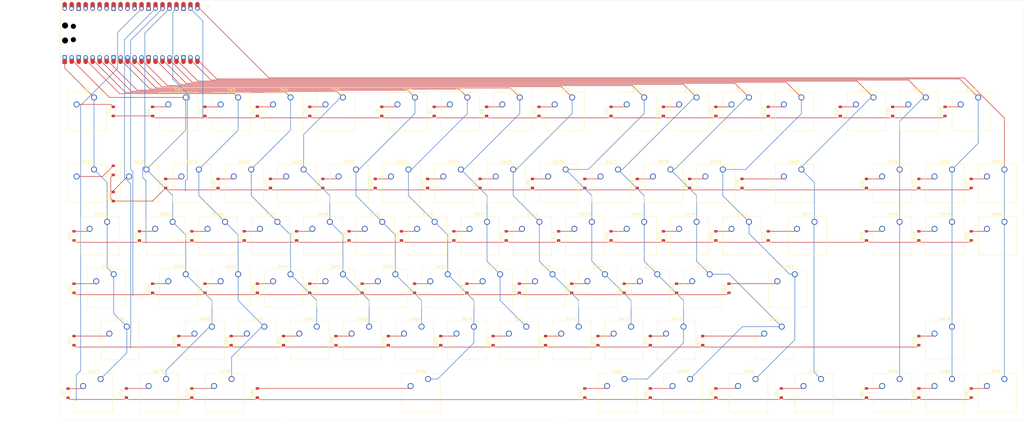
<source format=kicad_pcb>
(kicad_pcb (version 20241229) (generator "pcbnew") (generator_version "9.0")
  (layers (0 "F.Cu" signal) (2 "B.Cu" signal) (13 "F.Paste" user) (15 "B.Paste" user) (5 "F.SilkS" user "F.Silkscreen") (7 "B.SilkS" user "B.Silkscreen") (1 "F.Mask" user) (3 "B.Mask" user) (25 "Edge.Cuts" user))
  (net 0 "")
  (net 1 "ROW 5")
  (net 4 "COL 9")
  (net 5 "COL 13")
  (net 6 "COL 3")
  (net 8 "ROW 2")
  (net 12 "COL 6")
  (net 13 "COL 10")
  (net 14 "ROW 3")
  (net 16 "COL 8")
  (net 18 "COL 11")
  (net 24 "COL 7")
  (net 26 "ROW 6")
  (net 29 "COL 12")
  (net 30 "COL 4")
  (net 31 "COL 2")
  (net 33 "ROW 1")
  (net 34 "ROW 4")
  (net 38 "COL 14")
  (net 41 "COL 16")
  (net 43 "COL 15")
  (net 51 "COL 5")
  (net 52 "COL 17")
  (net 54 "COL 1")
  (net 58 "Net-(D1-A)")
  (net 59 "Net-(D2-A)")
  (net 60 "Net-(D3-A)")
  (net 61 "Net-(D4-A)")
  (net 62 "Net-(D5-A)")
  (net 63 "Net-(D6-A)")
  (net 64 "Net-(D7-A)")
  (net 65 "Net-(D8-A)")
  (net 66 "Net-(D9-A)")
  (net 67 "Net-(D10-A)")
  (net 68 "Net-(D11-A)")
  (net 69 "Net-(D12-A)")
  (net 70 "Net-(D13-A)")
  (net 71 "Net-(D14-A)")
  (net 72 "Net-(D15-A)")
  (net 73 "Net-(D16-A)")
  (net 74 "Net-(D17-A)")
  (net 75 "Net-(D18-A)")
  (net 76 "Net-(D19-A)")
  (net 77 "Net-(D20-A)")
  (net 78 "Net-(D21-A)")
  (net 79 "Net-(D22-A)")
  (net 80 "Net-(D23-A)")
  (net 81 "Net-(D24-A)")
  (net 82 "Net-(D25-A)")
  (net 83 "Net-(D26-A)")
  (net 84 "Net-(D27-A)")
  (net 85 "Net-(D28-A)")
  (net 86 "Net-(D29-A)")
  (net 87 "Net-(D30-A)")
  (net 88 "Net-(D31-A)")
  (net 89 "Net-(D32-A)")
  (net 90 "Net-(D33-A)")
  (net 91 "Net-(D34-A)")
  (net 92 "Net-(D35-A)")
  (net 93 "Net-(D36-A)")
  (net 94 "Net-(D37-A)")
  (net 95 "Net-(D38-A)")
  (net 96 "Net-(D39-A)")
  (net 97 "Net-(D40-A)")
  (net 98 "Net-(D41-A)")
  (net 99 "Net-(D42-A)")
  (net 100 "Net-(D43-A)")
  (net 101 "Net-(D44-A)")
  (net 102 "Net-(D45-A)")
  (net 103 "Net-(D46-A)")
  (net 104 "Net-(D47-A)")
  (net 105 "Net-(D48-A)")
  (net 106 "Net-(D49-A)")
  (net 107 "Net-(D50-A)")
  (net 108 "Net-(D51-A)")
  (net 109 "Net-(D52-A)")
  (net 110 "Net-(D53-A)")
  (net 111 "Net-(D54-A)")
  (net 112 "Net-(D55-A)")
  (net 113 "Net-(D56-A)")
  (net 114 "Net-(D57-A)")
  (net 115 "Net-(D58-A)")
  (net 116 "Net-(D59-A)")
  (net 117 "Net-(D60-A)")
  (net 118 "Net-(D61-A)")
  (net 119 "Net-(D62-A)")
  (net 120 "Net-(D63-A)")
  (net 121 "Net-(D64-A)")
  (net 122 "Net-(D65-A)")
  (net 123 "Net-(D66-A)")
  (net 124 "Net-(D67-A)")
  (net 125 "Net-(D68-A)")
  (net 126 "Net-(D69-A)")
  (net 127 "Net-(D70-A)")
  (net 128 "Net-(D71-A)")
  (net 129 "Net-(D72-A)")
  (net 130 "Net-(D73-A)")
  (net 131 "Net-(D74-A)")
  (net 132 "Net-(D75-A)")
  (net 133 "Net-(D76-A)")
  (net 134 "Net-(D77-A)")
  (net 135 "Net-(D78-A)")
  (net 136 "Net-(D79-A)")
  (net 137 "Net-(D80-A)")
  (net 138 "Net-(D81-A)")
  (net 139 "Net-(D82-A)")
  (net 140 "Net-(D83-A)")
  (net 141 "Net-(D84-A)")
  (net 142 "Net-(D85-A)")
  (net 143 "Net-(D86-A)")
  (net 144 "Net-(D87-A)")
  (footprint "Button_Switch_Keyboard:SW_Cherry_MX_1.00u_PCB" (layer "F.Cu") (at 243.04625 61.595)
    (property "Reference" "SW10")
    (property "Value" "F9")
  )
  (footprint "Diode_SMD:D_SOD-123" (layer "F.Cu") (at 147.6375 66.675 90)
    (property "Reference" "D6")
    (property "Value" "D")
  )
  (footprint "Diode_SMD:D_SOD-123" (layer "F.Cu") (at 314.325 66.675 90)
    (property "Reference" "D14")
    (property "Value" "D")
  )
  (footprint "Button_Switch_Keyboard:SW_Cherry_MX_1.00u_PCB" (layer "F.Cu") (at 345.4404 61.595)
    (property "Reference" "SW15")
    (property "Value" "F14")
  )
  (footprint "Diode_SMD:D_SOD-123" (layer "F.Cu") (at 64.29415 130.96995 90)
    (property "Reference" "D52")
    (property "Value" "D")
  )
  (footprint "Button_Switch_Keyboard:SW_Cherry_MX_1.00u_PCB" (layer "F.Cu") (at 90.64705 106.83875)
    (property "Reference" "SW36")
    (property "Value" "W")
  )
  (footprint "Diode_SMD:D_SOD-123" (layer "F.Cu") (at 126.20825 92.86915 90)
    (property "Reference" "D22")
    (property "Value" "D")
  )
  (footprint "Button_Switch_Keyboard:SW_Cherry_MX_1.25u_PCB" (layer "F.Cu") (at 283.5275 163.98875)
    (property "Reference" "SW83")
    (property "Value" "Menu")
  )
  (footprint "Diode_SMD:D_SOD-123" (layer "F.Cu") (at 207.17155 150.01875 90)
    (property "Reference" "D72")
    (property "Value" "D")
  )
  (footprint "Button_Switch_Keyboard:SW_Cherry_MX_2.25u_PCB" (layer "F.Cu") (at 54.9275 144.93875)
    (property "Reference" "SW64")
    (property "Value" "Shift")
  )
  (footprint "Diode_SMD:D_SOD-123" (layer "F.Cu") (at 35.71875 111.91875 90)
    (property "Reference" "D34")
    (property "Value" "D")
  )
  (footprint "Button_Switch_Keyboard:SW_Cherry_MX_1.00u_PCB" (layer "F.Cu") (at 326.39 61.595)
    (property "Reference" "SW14")
    (property "Value" "F13")
  )
  (footprint "Diode_SMD:D_SOD-123" (layer "F.Cu") (at 169.07075 150.01875 90)
    (property "Reference" "D70")
    (property "Value" "D")
  )
  (footprint "Button_Switch_Keyboard:SW_Cherry_MX_1.00u_PCB" (layer "F.Cu") (at 114.45955 125.88875)
    (property "Reference" "SW54")
    (property "Value" "D")
  )
  (footprint "Diode_SMD:D_SOD-123" (layer "F.Cu") (at 88.10745 92.86915 90)
    (property "Reference" "D20")
    (property "Value" "D")
  )
  (footprint "Diode_SMD:D_SOD-123" (layer "F.Cu") (at 245.26875 169.06875 90)
    (property "Reference" "D82")
    (property "Value" "D")
  )
  (footprint "Button_Switch_Keyboard:SW_Cherry_MX_1.00u_PCB" (layer "F.Cu") (at 181.13575 144.93875)
    (property "Reference" "SW70")
    (property "Value" "N")
  )
  (footprint "Diode_SMD:D_SOD-123" (layer "F.Cu") (at 183.35945 92.86915 90)
    (property "Reference" "D25")
    (property "Value" "D")
  )
  (footprint "Diode_SMD:D_SOD-123" (layer "F.Cu") (at 240.51065 92.86915 90)
    (property "Reference" "D28")
    (property "Value" "D")
  )
  (footprint "Diode_SMD:D_SOD-123" (layer "F.Cu") (at 211.93485 111.91875 90)
    (property "Reference" "D43")
    (property "Value" "D")
  )
  (footprint "Button_Switch_Keyboard:SW_Cherry_MX_1.00u_PCB" (layer "F.Cu") (at 62.07165 87.78915)
    (property "Reference" "SW18")
    (property "Value" "1")
  )
  (footprint "Button_Switch_Keyboard:SW_Cherry_MX_1.00u_PCB" (layer "F.Cu") (at 95.40915 125.88875)
    (property "Reference" "SW53")
    (property "Value" "S")
  )
  (footprint "Diode_SMD:D_SOD-123" (layer "F.Cu") (at 121.44535 66.675 90)
    (property "Reference" "D5")
    (property "Value" "D")
  )
  (footprint "Diode_SMD:D_SOD-123" (layer "F.Cu") (at 323.85 169.06875 90)
    (property "Reference" "D85")
    (property "Value" "D")
  )
  (footprint "Button_Switch_Keyboard:SW_Cherry_MX_1.00u_PCB" (layer "F.Cu") (at 81.12205 87.78915)
    (property "Reference" "SW19")
    (property "Value" "2")
  )
  (footprint "Diode_SMD:D_SOD-123" (layer "F.Cu") (at 54.76875 169.06875 90)
    (property "Reference" "D78")
    (property "Value" "D")
  )
  (footprint "Diode_SMD:D_SOD-123" (layer "F.Cu") (at 250.03565 111.91875 90)
    (property "Reference" "D45")
    (property "Value" "D")
  )
  (footprint "Diode_SMD:D_SOD-123" (layer "F.Cu") (at 102.39495 66.675 90)
    (property "Reference" "D4")
    (property "Value" "D")
  )
  (footprint "Button_Switch_Keyboard:SW_Cherry_MX_1.00u_PCB" (layer "F.Cu") (at 166.84865 106.83875)
    (property "Reference" "SW40")
    (property "Value" "Y")
  )
  (footprint "Diode_SMD:D_SOD-123" (layer "F.Cu") (at 178.59655 130.96995 90)
    (property "Reference" "D58")
    (property "Value" "D")
  )
  (footprint "Button_Switch_Keyboard:SW_Cherry_MX_1.00u_PCB" (layer "F.Cu") (at 262.09665 61.595)
    (property "Reference" "SW11")
    (property "Value" "F10")
  )
  (footprint "Diode_SMD:D_SOD-123" (layer "F.Cu") (at 288.13645 111.91875 90)
    (property "Reference" "D47")
    (property "Value" "D")
  )
  (footprint "Diode_SMD:D_SOD-123" (layer "F.Cu") (at 323.85 111.91875 90)
    (property "Reference" "D48")
    (property "Value" "D")
  )
  (footprint "Button_Switch_Keyboard:SW_Cherry_MX_1.00u_PCB" (layer "F.Cu") (at 354.965 87.78875)
    (property "Reference" "SW32")
    (property "Value" "Home")
  )
  (footprint "Diode_SMD:D_SOD-123" (layer "F.Cu") (at 250.03165 66.675 90)
    (property "Reference" "D11")
    (property "Value" "D")
  )
  (footprint "Diode_SMD:D_SOD-123" (layer "F.Cu") (at 323.85 92.86875 90)
    (property "Reference" "D31")
    (property "Value" "D")
  )
  (footprint "Diode_SMD:D_SOD-123" (layer "F.Cu") (at 185.7383 66.675 90)
    (property "Reference" "D8")
    (property "Value" "D")
  )
  (footprint "Button_Switch_Keyboard:SW_Cherry_MX_1.00u_PCB" (layer "F.Cu") (at 171.61075 125.88875)
    (property "Reference" "SW57")
    (property "Value" "H")
  )
  (footprint "Button_Switch_Keyboard:SW_Cherry_MX_1.00u_PCB" (layer "F.Cu") (at 95.40915 61.595)
    (property "Reference" "SW3")
    (property "Value" "F2")
  )
  (footprint "Button_Switch_Keyboard:SW_Cherry_MX_1.00u_PCB" (layer "F.Cu") (at 262.10065 106.83875)
    (property "Reference" "SW45")
    (property "Value" "[/{")
  )
  (footprint "Diode_SMD:D_SOD-123" (layer "F.Cu") (at 197.64695 130.96995 90)
    (property "Reference" "D59")
    (property "Value" "D")
  )
  (footprint "Button_Switch_Keyboard:SW_Cherry_MX_1.00u_PCB" (layer "F.Cu") (at 133.50995 125.88875)
    (property "Reference" "SW55")
    (property "Value" "F")
  )
  (footprint "Diode_SMD:D_SOD-123" (layer "F.Cu") (at 361.9504 111.91875 90)
    (property "Reference" "D50")
    (property "Value" "D")
  )
  (footprint "Diode_SMD:D_SOD-123" (layer "F.Cu") (at 102.39375 169.06875 90)
    (property "Reference" "D80")
    (property "Value" "D")
  )
  (footprint "Button_Switch_Keyboard:SW_Cherry_MX_1.00u_PCB" (layer "F.Cu") (at 281.14705 61.595)
    (property "Reference" "SW12")
    (property "Value" "F11")
  )
  (footprint "Button_Switch_Keyboard:SW_Cherry_MX_1.00u_PCB" (layer "F.Cu") (at 157.32365 87.78915)
    (property "Reference" "SW23")
    (property "Value" "6")
  )
  (footprint "Diode_SMD:D_SOD-123" (layer "F.Cu") (at 278.61145 92.86915 90)
    (property "Reference" "D30")
    (property "Value" "D")
  )
  (footprint "Diode_SMD:D_SOD-123" (layer "F.Cu") (at 78.58205 111.91875 90)
    (property "Reference" "D36")
    (property "Value" "D")
  )
  (footprint "Diode_SMD:D_SOD-123" (layer "F.Cu") (at 273.84855 130.96995 90)
    (property "Reference" "D63")
    (property "Value" "D")
  )
  (footprint "Diode_SMD:D_SOD-123" (layer "F.Cu") (at 59.53125 111.91875 90)
    (property "Reference" "D35")
    (property "Value" "D")
  )
  (footprint "Button_Switch_Keyboard:SW_Cherry_MX_1.00u_PCB" (layer "F.Cu") (at 119.22285 87.78915)
    (property "Reference" "SW21")
    (property "Value" "4")
  )
  (footprint "Button_Switch_Keyboard:SW_Cherry_MX_1.00u_PCB" (layer "F.Cu") (at 374.015 163.98875)
    (property "Reference" "SW87")
    (property "Value" "A_RIGHT")
  )
  (footprint "Diode_SMD:D_SOD-123" (layer "F.Cu") (at 221.45625 169.06875 90)
    (property "Reference" "D81")
    (property "Value" "D")
  )
  (footprint "Diode_SMD:D_SOD-123" (layer "F.Cu") (at 135.73325 111.91875 90)
    (property "Reference" "D39")
    (property "Value" "D")
  )
  (footprint "Button_Switch_Keyboard:SW_Cherry_MX_1.00u_PCB" (layer "F.Cu") (at 152.56035 125.88875)
    (property "Reference" "SW56")
    (property "Value" "G")
  )
  (footprint "Diode_SMD:D_SOD-123" (layer "F.Cu") (at 154.78365 111.91875 90)
    (property "Reference" "D40")
    (property "Value" "D")
  )
  (footprint "Diode_SMD:D_SOD-123" (layer "F.Cu") (at 361.9496 92.86875 90)
    (property "Reference" "D33")
    (property "Value" "D")
  )
  (footprint "Button_Switch_Keyboard:SW_Cherry_MX_1.00u_PCB" (layer "F.Cu") (at 214.47485 87.78915)
    (property "Reference" "SW26")
    (property "Value" "9")
  )
  (footprint "Diode_SMD:D_SOD-123" (layer "F.Cu") (at 83.34455 66.675 90)
    (property "Reference" "D3")
    (property "Value" "D")
  )
  (footprint "Diode_SMD:D_SOD-123" (layer "F.Cu") (at 216.69735 130.96995 90)
    (property "Reference" "D60")
    (property "Value" "D")
  )
  (footprint "Button_Switch_Keyboard:SW_Cherry_MX_1.00u_PCB" (layer "F.Cu") (at 209.71155 125.88875)
    (property "Reference" "SW59")
    (property "Value" "K")
  )
  (footprint "Button_Switch_Keyboard:SW_Cherry_MX_1.00u_PCB" (layer "F.Cu") (at 238.28695 144.93875)
    (property "Reference" "SW73")
    (property "Value" ">")
  )
  (footprint "Button_Switch_Keyboard:SW_Cherry_MX_6.25u_PCB" (layer "F.Cu") (at 164.465 163.98875)
    (property "Reference" "SW80")
    (property "Value" "Space")
  )
  (footprint "Button_Switch_Keyboard:SW_Cherry_MX_1.00u_PCB" (layer "F.Cu") (at 354.965 106.83875)
    (property "Reference" "SW49")
    (property "Value" "End")
  )
  (footprint "Button_Switch_Keyboard:SW_Cherry_MX_1.00u_PCB" (layer "F.Cu") (at 159.7025 61.595)
    (property "Reference" "SW6")
    (property "Value" "F5")
  )
  (footprint "Diode_SMD:D_SOD-123" (layer "F.Cu") (at 192.88445 111.91875 90)
    (property "Reference" "D42")
    (property "Value" "D")
  )
  (footprint "Diode_SMD:D_SOD-123" (layer "F.Cu") (at 259.56105 92.86915 90)
    (property "Reference" "D29")
    (property "Value" "D")
  )
  (footprint "Diode_SMD:D_SOD-123" (layer "F.Cu") (at 245.27235 150.01875 90)
    (property "Reference" "D74")
    (property "Value" "D")
  )
  (footprint "Button_Switch_Keyboard:SW_Cherry_MX_1.00u_PCB" (layer "F.Cu") (at 223.99985 106.83875)
    (property "Reference" "SW43")
    (property "Value" "O")
  )
  (footprint "Diode_SMD:D_SOD-123" (layer "F.Cu") (at 292.89375 169.06875 90)
    (property "Reference" "D84")
    (property "Value" "D")
  )
  (footprint "Button_Switch_Keyboard:SW_Cherry_MX_1.25u_PCB" (layer "F.Cu") (at 93.0275 163.98875)
    (property "Reference" "SW79")
    (property "Value" "Alt")
  )
  (footprint "Diode_SMD:D_SOD-123" (layer "F.Cu") (at 342.9004 169.06875 90)
    (property "Reference" "D86")
    (property "Value" "D")
  )
  (footprint "Button_Switch_Keyboard:SW_Cherry_MX_1.00u_PCB" (layer "F.Cu") (at 216.8537 61.595)
    (property "Reference" "SW9")
    (property "Value" "F8")
  )
  (footprint "Button_Switch_Keyboard:SW_Cherry_MX_1.00u_PCB" (layer "F.Cu") (at 100.17245 87.78915)
    (property "Reference" "SW20")
    (property "Value" "3")
  )
  (footprint "Button_Switch_Keyboard:SW_Cherry_MX_1.00u_PCB" (layer "F.Cu") (at 197.8033 61.595)
    (property "Reference" "SW8")
    (property "Value" "F7")
  )
  (footprint "Button_Switch_Keyboard:SW_Cherry_MX_1.25u_PCB" (layer "F.Cu") (at 259.715 163.98875)
    (property "Reference" "SW82")
    (property "Value" "OS")
  )
  (footprint "Button_Switch_Keyboard:SW_Cherry_MX_1.00u_PCB" (layer "F.Cu") (at 114.45955 61.595)
    (property "Reference" "SW4")
    (property "Value" "F3")
  )
  (footprint "Diode_SMD:D_SOD-123" (layer "F.Cu") (at 35.71875 130.96995 90)
    (property "Reference" "D51")
    (property "Value" "D")
  )
  (footprint "Button_Switch_Keyboard:SW_Cherry_MX_1.00u_PCB" (layer "F.Cu") (at 76.35875 61.595)
    (property "Reference" "SW2")
    (property "Value" "F1")
  )
  (footprint "Diode_SMD:D_SOD-123" (layer "F.Cu") (at 111.91955 150.01875 90)
    (property "Reference" "D67")
    (property "Value" "D")
  )
  (footprint "Diode_SMD:D_SOD-123" (layer "F.Cu") (at 116.68285 111.91875 90)
    (property "Reference" "D38")
    (property "Value" "D")
  )
  (footprint "Button_Switch_Keyboard:SW_Cherry_MX_1.00u_PCB" (layer "F.Cu") (at 374.0146 87.78875)
    (property "Reference" "SW33")
    (property "Value" "Page Up")
  )
  (footprint "Diode_SMD:D_SOD-123" (layer "F.Cu") (at 226.22195 150.01875 90)
    (property "Reference" "D73")
    (property "Value" "D")
  )
  (footprint "Button_Switch_Keyboard:SW_Cherry_MX_1.00u_PCB" (layer "F.Cu") (at 162.08535 144.93875)
    (property "Reference" "SW69")
    (property "Value" "B")
  )
  (footprint "Button_Switch_Keyboard:SW_Cherry_MX_1.00u_PCB" (layer "F.Cu") (at 176.37405 87.78915)
    (property "Reference" "SW24")
    (property "Value" "7")
  )
  (footprint "Button_Switch_Keyboard:SW_Cherry_MX_1.00u_PCB" (layer "F.Cu") (at 43.02125 61.595)
    (property "Reference" "SW1")
    (property "Value" "Esc")
  )
  (footprint "Button_Switch_Keyboard:SW_Cherry_MX_1.00u_PCB" (layer "F.Cu") (at 185.89905 106.83875)
    (property "Reference" "SW41")
    (property "Value" "U")
  )
  (footprint "Button_Switch_Keyboard:SW_Cherry_MX_1.00u_PCB" (layer "F.Cu") (at 200.18615 144.93875)
    (property "Reference" "SW71")
    (property "Value" "M")
  )
  (footprint "Button_Switch_Keyboard:SW_Cherry_MX_1.00u_PCB" (layer "F.Cu") (at 133.50995 61.595)
    (property "Reference" "SW5")
    (property "Value" "F4")
  )
  (footprint "Diode_SMD:D_SOD-123" (layer "F.Cu") (at 78.58125 169.06875 90)
    (property "Reference" "D79")
    (property "Value" "D")
  )
  (footprint "Button_Switch_Keyboard:SW_Cherry_MX_1.25u_PCB" (layer "F.Cu") (at 307.34 163.98875)
    (property "Reference" "SW84")
    (property "Value" "Ctrl")
  )
  (footprint "Diode_SMD:D_SOD-123" (layer "F.Cu") (at 235.74775 130.96995 90)
    (property "Reference" "D61")
    (property "Value" "D")
  )
  (footprint "Button_Switch_Keyboard:SW_Cherry_MX_1.00u_PCB" (layer "F.Cu") (at 178.7529 61.595)
    (property "Reference" "SW7")
    (property "Value" "F6")
  )
  (footprint "Button_Switch_Keyboard:SW_Cherry_MX_1.00u_PCB" (layer "F.Cu") (at 219.23655 144.93875)
    (property "Reference" "SW72")
    (property "Value" "<")
  )
  (footprint "Diode_SMD:D_SOD-123" (layer "F.Cu") (at 230.98525 111.91875 90)
    (property "Reference" "D44")
    (property "Value" "D")
  )
  (footprint "Button_Switch_Keyboard:SW_Cherry_MX_1.00u_PCB" (layer "F.Cu") (at 190.66115 125.88875)
    (property "Reference" "SW58")
    (property "Value" "J")
  )
  (footprint "Diode_SMD:D_SOD-123" (layer "F.Cu") (at 107.15785 92.86915 90)
    (property "Reference" "D21")
    (property "Value" "D")
  )
  (footprint "Button_Switch_Keyboard:SW_Cherry_MX_1.00u_PCB" (layer "F.Cu") (at 109.69745 106.83875)
    (property "Reference" "SW37")
    (property "Value" "E")
  )
  (footprint "Diode_SMD:D_SOD-123" (layer "F.Cu") (at 166.6879 66.675 90)
    (property "Reference" "D7")
    (property "Value" "D")
  )
  (footprint "Button_Switch_Keyboard:SW_Cherry_MX_2.75u_PCB" (layer "F.Cu") (at 293.0525 144.93875)
    (property "Reference" "SW75")
    (property "Value" "SH")
  )
  (footprint "Diode_SMD:D_SOD-123" (layer "F.Cu") (at 33.55 169.125 90)
    (property "Reference" "D77")
    (property "Value" "D")
  )
  (footprint "Button_Switch_Keyboard:SW_Cherry_MX_1.00u_PCB" (layer "F.Cu") (at 204.94945 106.83875)
    (property "Reference" "SW42")
    (property "Value" "I")
  )
  (footprint "Diode_SMD:D_SOD-123" (layer "F.Cu") (at 69.05705 92.86915 90)
    (property "Reference" "D19")
    (property "Value" "D")
  )
  (footprint "Button_Switch_Keyboard:SW_Cherry_MX_1.00u_PCB" (layer "F.Cu") (at 76.35875 125.88875)
    (property "Reference" "SW52")
    (property "Value" "a")
  )
  (footprint "Diode_SMD:D_SOD-123" (layer "F.Cu") (at 202.40985 92.86915 90)
    (property "Reference" "D26")
    (property "Value" "D")
  )
  (footprint "Diode_SMD:D_SOD-123" (layer "F.Cu") (at 269.08605 111.91875 90)
    (property "Reference" "D46")
    (property "Value" "D")
  )
  (footprint "Button_Switch_Keyboard:SW_Cherry_MX_1.00u_PCB" (layer "F.Cu") (at 252.57565 87.78915)
    (property "Reference" "SW28")
    (property "Value" "-/_")
  )
  (footprint "Diode_SMD:D_SOD-123" (layer "F.Cu") (at 130.96995 150.01875 90)
    (property "Reference" "D68")
    (property "Value" "D")
  )
  (footprint "Diode_SMD:D_SOD-123" (layer "F.Cu") (at 83.34455 130.96995 90)
    (property "Reference" "D53")
    (property "Value" "D")
  )
  (footprint "Diode_SMD:D_SOD-123" (layer "F.Cu") (at 173.83405 111.91875 90)
    (property "Reference" "D41")
    (property "Value" "D")
  )
  (footprint "Button_Switch_Keyboard:SW_Cherry_MX_1.75u_PCB" (layer "F.Cu") (at 50.165 125.88995)
    (property "Reference" "SW51")
    (property "Value" "Caps Lock")
  )
  (footprint "Module:RaspberryPi_Pico_Common_Unspecified" (layer "F.Cu") (at 56.475 38.175 90)
    (property "Reference" "A1")
    (property "Value" "RaspberryPi_Pico")
  )
  (footprint "Button_Switch_Keyboard:SW_Cherry_MX_1.00u_PCB" (layer "F.Cu") (at 147.79825 106.83875)
    (property "Reference" "SW39")
    (property "Value" "T")
  )
  (footprint "Button_Switch_Keyboard:SW_Cherry_MX_1.00u_PCB" (layer "F.Cu") (at 257.33735 144.93875)
    (property "Reference" "SW74")
    (property "Value" "?")
  )
  (footprint "Diode_SMD:D_SOD-123" (layer "F.Cu") (at 361.9508 169.06875 90)
    (property "Reference" "D87")
    (property "Value" "D")
  )
  (footprint "Diode_SMD:D_SOD-123" (layer "F.Cu") (at 73.81875 150.01875 90)
    (property "Reference" "D65")
    (property "Value" "D")
  )
  (footprint "Button_Switch_Keyboard:SW_Cherry_MX_1.00u_PCB" (layer "F.Cu") (at 364.4908 61.595)
    (property "Reference" "SW16")
    (property "Value" "F15")
  )
  (footprint "Button_Switch_Keyboard:SW_Cherry_MX_1.00u_PCB" (layer "F.Cu") (at 104.93415 144.93875)
    (property "Reference" "SW66")
    (property "Value" "X")
  )
  (footprint "Button_Switch_Keyboard:SW_Cherry_MX_1.50u_PCB" (layer "F.Cu") (at 47.78375 106.83875)
    (property "Reference" "SW34")
    (property "Value" "Tab")
  )
  (footprint "Diode_SMD:D_SOD-123" (layer "F.Cu") (at 102.39495 130.96995 90)
    (property "Reference" "D54")
    (property "Value" "D")
  )
  (footprint "Button_Switch_Keyboard:SW_Cherry_MX_1.00u_PCB" (layer "F.Cu") (at 85.88375 144.93875)
    (property "Reference" "SW65")
    (property "Value" "Z")
  )
  (footprint "Diode_SMD:D_SOD-123" (layer "F.Cu") (at 204.7887 66.675 90)
    (property "Reference" "D9")
    (property "Value" "D")
  )
  (footprint "Diode_SMD:D_SOD-123" (layer "F.Cu") (at 50.00625 88.10625 90)
    (property "Reference" "D17")
    (property "Value" "D")
  )
  (footprint "Button_Switch_Keyboard:SW_Cherry_MX_1.00u_PCB" (layer "F.Cu") (at 233.52525 87.78915)
    (property "Reference" "SW27")
    (property "Value" "0")
  )
  (footprint "Diode_SMD:D_SOD-123" (layer "F.Cu") (at 64.29415 66.675 90)
    (property "Reference" "D2")
    (property "Value" "D")
  )
  (footprint "Button_Switch_Keyboard:SW_Cherry_MX_1.25u_PCB" (layer "F.Cu") (at 45.4025 163.98875)
    (property "Reference" "SW77")
    (property "Value" "Ctrl")
  )
  (footprint "Diode_SMD:D_SOD-123" (layer "F.Cu") (at 269.08205 66.675 90)
    (property "Reference" "D12")
    (property "Value" "D")
  )
  (footprint "Button_Switch_Keyboard:SW_Cherry_MX_1.00u_PCB" (layer "F.Cu") (at 71.59625 106.83875)
    (property "Reference" "SW35")
    (property "Value" "Q")
  )
  (footprint "Button_Switch_Keyboard:SW_Cherry_MX_1.00u_PCB" (layer "F.Cu") (at 266.86275 125.88875)
    (property "Reference" "SW62")
    (property "Value" "\"/'")
  )
  (footprint "Diode_SMD:D_SOD-123" (layer "F.Cu") (at 50.00625 66.675 90)
    (property "Reference" "D1")
    (property "Value" "D")
  )
  (footprint "Button_Switch_Keyboard:SW_Cherry_MX_1.00u_PCB" (layer "F.Cu") (at 335.915 106.83875)
    (property "Reference" "SW48")
    (property "Value" "Delete")
  )
  (footprint "Diode_SMD:D_SOD-123" (layer "F.Cu") (at 254.79815 130.96995 90)
    (property "Reference" "D62")
    (property "Value" "D")
  )
  (footprint "Diode_SMD:D_SOD-123" (layer "F.Cu") (at 121.44535 130.96995 90)
    (property "Reference" "D55")
    (property "Value" "D")
  )
  (footprint "Button_Switch_Keyboard:SW_Cherry_MX_1.00u_PCB" (layer "F.Cu") (at 143.03495 144.93875)
    (property "Reference" "SW68")
    (property "Value" "V")
  )
  (footprint "Button_Switch_Keyboard:SW_Cherry_MX_1.00u_PCB" (layer "F.Cu") (at 123.98455 144.93875)
    (property "Reference" "SW67")
    (property "Value" "C")
  )
  (footprint "Button_Switch_Keyboard:SW_Cherry_MX_1.00u_PCB" (layer "F.Cu") (at 354.965 163.98875)
    (property "Reference" "SW86")
    (property "Value" "A_DOWN")
  )
  (footprint "Diode_SMD:D_SOD-123" (layer "F.Cu") (at 269.08125 169.06875 90)
    (property "Reference" "D83")
    (property "Value" "D")
  )
  (footprint "Diode_SMD:D_SOD-123" (layer "F.Cu") (at 342.9 111.91875 90)
    (property "Reference" "D49")
    (property "Value" "D")
  )
  (footprint "Diode_SMD:D_SOD-123" (layer "F.Cu") (at 352.4258 66.675 90)
    (property "Reference" "D16")
    (property "Value" "D")
  )
  (footprint "Diode_SMD:D_SOD-123" (layer "F.Cu") (at 97.63245 111.91875 90)
    (property "Reference" "D37")
    (property "Value" "D")
  )
  (footprint "Button_Switch_Keyboard:SW_Cherry_MX_1.00u_PCB" (layer "F.Cu") (at 374.0154 106.83875)
    (property "Reference" "SW50")
    (property "Value" "Page Down")
  )
  (footprint "Button_Switch_Keyboard:SW_Cherry_MX_1.00u_PCB" (layer "F.Cu") (at 43.02125 87.78915)
    (property "Reference" "SW17")
    (property "Value" "`/~")
  )
  (footprint "Button_Switch_Keyboard:SW_Cherry_MX_1.00u_PCB" (layer "F.Cu") (at 128.74785 106.83875)
    (property "Reference" "SW38")
    (property "Value" "R")
  )
  (footprint "Button_Switch_Keyboard:SW_Cherry_MX_1.25u_PCB" (layer "F.Cu") (at 69.215 163.98875)
    (property "Reference" "SW78")
    (property "Value" "OS")
  )
  (footprint "Diode_SMD:D_SOD-123" (layer "F.Cu") (at 35.71875 150.01875 90)
    (property "Reference" "D64")
    (property "Value" "D")
  )
  (footprint "Diode_SMD:D_SOD-123" (layer "F.Cu") (at 164.30905 92.86915 90)
    (property "Reference" "D24")
    (property "Value" "D")
  )
  (footprint "Diode_SMD:D_SOD-123" (layer "F.Cu") (at 333.3754 66.675 90)
    (property "Reference" "D15")
    (property "Value" "D")
  )
  (footprint "Button_Switch_Keyboard:SW_Cherry_MX_1.00u_PCB" (layer "F.Cu") (at 281.15105 106.83875)
    (property "Reference" "SW46")
    (property "Value" "]/}")
  )
  (footprint "Diode_SMD:D_SOD-123" (layer "F.Cu") (at 159.54615 130.96995 90)
    (property "Reference" "D57")
    (property "Value" "D")
  )
  (footprint "Button_Switch_Keyboard:SW_Cherry_MX_1.25u_PCB" (layer "F.Cu") (at 235.9025 163.98875)
    (property "Reference" "SW81")
    (property "Value" "Alt")
  )
  (footprint "Diode_SMD:D_SOD-123" (layer "F.Cu") (at 188.12115 150.01875 90)
    (property "Reference" "D71")
    (property "Value" "D")
  )
  (footprint "Diode_SMD:D_SOD-123" (layer "F.Cu") (at 140.49575 130.96995 90)
    (property "Reference" "D56")
    (property "Value" "D")
  )
  (footprint "Button_Switch_Keyboard:SW_Cherry_MX_1.00u_PCB" (layer "F.Cu") (at 354.965 144.93875)
    (property "Reference" "SW76")
    (property "Value" "A_UP")
  )
  (footprint "Button_Switch_Keyboard:SW_Cherry_MX_1.00u_PCB" (layer "F.Cu") (at 271.62605 87.78915)
    (property "Reference" "SW29")
    (property "Value" "=/+")
  )
  (footprint "Diode_SMD:D_SOD-123" (layer "F.Cu") (at 264.32275 150.01875 90)
    (property "Reference" "D75")
    (property "Value" "D")
  )
  (footprint "Button_Switch_Keyboard:SW_Cherry_MX_2.00u_PCB" (layer "F.Cu") (at 300.19625 87.78915)
    (property "Reference" "SW30")
    (property "Value" "Backspace")
  )
  (footprint "Diode_SMD:D_SOD-123" (layer "F.Cu") (at 230.98125 66.675 90)
    (property "Reference" "D10")
    (property "Value" "D")
  )
  (footprint "Diode_SMD:D_SOD-123" (layer "F.Cu") (at 288.13245 66.675 90)
    (property "Reference" "D13")
    (property "Value" "D")
  )
  (footprint "Diode_SMD:D_SOD-123" (layer "F.Cu") (at 342.9004 92.86875 90)
    (property "Reference" "D32")
    (property "Value" "D")
  )
  (footprint "Button_Switch_Keyboard:SW_Cherry_MX_1.00u_PCB" (layer "F.Cu") (at 138.27325 87.78915)
    (property "Reference" "SW22")
    (property "Value" "5")
  )
  (footprint "Diode_SMD:D_SOD-123" (layer "F.Cu") (at 150.02035 150.01875 90)
    (property "Reference" "D69")
    (property "Value" "D")
  )
  (footprint "Diode_SMD:D_SOD-123" (layer "F.Cu") (at 92.86915 150.01875 90)
    (property "Reference" "D66")
    (property "Value" "D")
  )
  (footprint "Button_Switch_Keyboard:SW_Cherry_MX_1.50u_PCB" (layer "F.Cu") (at 304.95875 106.83875)
    (property "Reference" "SW47")
    (property "Value" "\\ / |")
  )
  (footprint "Button_Switch_Keyboard:SW_Cherry_MX_1.00u_PCB" (layer "F.Cu") (at 300.19745 61.595)
    (property "Reference" "SW13")
    (property "Value" "F12")
  )
  (footprint "Button_Switch_Keyboard:SW_Cherry_MX_1.00u_PCB" (layer "F.Cu") (at 247.81235 125.88875)
    (property "Reference" "SW61")
    (property "Value" ":/;")
  )
  (footprint "Diode_SMD:D_SOD-123" (layer "F.Cu") (at 342.9 150.01875 90)
    (property "Reference" "D76")
    (property "Value" "D")
  )
  (footprint "Button_Switch_Keyboard:SW_Cherry_MX_2.25u_PCB" (layer "F.Cu") (at 297.815 125.88875)
    (property "Reference" "SW63")
    (property "Value" "Enter")
  )
  (footprint "Button_Switch_Keyboard:SW_Cherry_MX_1.00u_PCB" (layer "F.Cu") (at 335.915 87.78875)
    (property "Reference" "SW31")
    (property "Value" "Insert")
  )
  (footprint "Diode_SMD:D_SOD-123" (layer "F.Cu") (at 221.46025 92.86915 90)
    (property "Reference" "D27")
    (property "Value" "D")
  )
  (footprint "Button_Switch_Keyboard:SW_Cherry_MX_1.00u_PCB" (layer "F.Cu") (at 228.76195 125.88875)
    (property "Reference" "SW60")
    (property "Value" "L")
  )
  (footprint "Button_Switch_Keyboard:SW_Cherry_MX_1.00u_PCB" (layer "F.Cu") (at 243.05025 106.83875)
    (property "Reference" "SW44")
    (property "Value" "P")
  )
  (footprint "Button_Switch_Keyboard:SW_Cherry_MX_1.00u_PCB" (layer "F.Cu") (at 195.42445 87.78915)
    (property "Reference" "SW25")
    (property "Value" "8")
  )
  (footprint "Diode_SMD:D_SOD-123" (layer "F.Cu") (at 145.25865 92.86915 90)
    (property "Reference" "D23")
    (property "Value" "D")
  )
  (footprint "Button_Switch_Keyboard:SW_Cherry_MX_1.00u_PCB" (layer "F.Cu") (at 335.915 163.98875)
    (property "Reference" "SW85")
    (property "Value" "A_LEFT")
  )
  (footprint "Diode_SMD:D_SOD-123" (layer "F.Cu") (at 50.00625 97.63125 90)
    (property "Reference" "D18")
    (property "Value" "D")
  )
  (gr_rect (start 30.625 26.2) (end 381.125 178.725) (stroke (width 0.05)) (fill no) (layer "Edge.Cuts"))
  (segment (start 149.31935 152.36975) (end 150.02035 151.66875) (width 0.2) (layer "F.Cu") (net 1))
  (segment (start 73.11775 152.36975) (end 73.81875 151.66875) (width 0.2) (layer "F.Cu") (net 1))
  (segment (start 150.02035 151.66875) (end 150.72135 152.36975) (width 0.2) (layer "F.Cu") (net 1))
  (segment (start 130.26895 152.36975) (end 130.96995 151.66875) (width 0.2) (layer "F.Cu") (net 1))
  (segment (start 150.72135 152.36975) (end 168.36975 152.36975) (width 0.2) (layer "F.Cu") (net 1))
  (segment (start 56.275 152.36975) (end 73.11775 152.36975) (width 0.2) (layer "F.Cu") (net 1))
  (segment (start 263.62175 152.36975) (end 264.32275 151.66875) (width 0.2) (layer "F.Cu") (net 1))
  (segment (start 111.21855 152.36975) (end 111.91955 151.66875) (width 0.2) (layer "F.Cu") (net 1))
  (segment (start 225.52095 152.36975) (end 226.22195 151.66875) (width 0.2) (layer "F.Cu") (net 1))
  (segment (start 169.07075 151.66875) (end 169.77175 152.36975) (width 0.2) (layer "F.Cu") (net 1))
  (segment (start 342.199 152.36975) (end 342.9 151.66875) (width 0.2) (layer "F.Cu") (net 1))
  (segment (start 187.42015 152.36975) (end 188.12115 151.66875) (width 0.2) (layer "F.Cu") (net 1))
  (segment (start 265.02375 152.36975) (end 342.199 152.36975) (width 0.2) (layer "F.Cu") (net 1))
  (segment (start 35.71875 151.66875) (end 36.41975 152.36975) (width 0.2) (layer "F.Cu") (net 1))
  (segment (start 226.92295 152.36975) (end 244.57135 152.36975) (width 0.2) (layer "F.Cu") (net 1))
  (segment (start 169.77175 152.36975) (end 187.42015 152.36975) (width 0.2) (layer "F.Cu") (net 1))
  (segment (start 188.12115 151.66875) (end 188.82215 152.36975) (width 0.2) (layer "F.Cu") (net 1))
  (segment (start 92.86915 151.66875) (end 93.57015 152.36975) (width 0.2) (layer "F.Cu") (net 1))
  (segment (start 131.67095 152.36975) (end 149.31935 152.36975) (width 0.2) (layer "F.Cu") (net 1))
  (segment (start 207.87255 152.36975) (end 225.52095 152.36975) (width 0.2) (layer "F.Cu") (net 1))
  (segment (start 245.97335 152.36975) (end 263.62175 152.36975) (width 0.2) (layer "F.Cu") (net 1))
  (segment (start 36.41975 152.36975) (end 56.275 152.36975) (width 0.2) (layer "F.Cu") (net 1))
  (segment (start 264.32275 151.66875) (end 265.02375 152.36975) (width 0.2) (layer "F.Cu") (net 1))
  (segment (start 73.81875 151.66875) (end 74.51975 152.36975) (width 0.2) (layer "F.Cu") (net 1))
  (segment (start 92.16815 152.36975) (end 92.86915 151.66875) (width 0.2) (layer "F.Cu") (net 1))
  (segment (start 130.96995 151.66875) (end 131.67095 152.36975) (width 0.2) (layer "F.Cu") (net 1))
  (segment (start 74.51975 152.36975) (end 92.16815 152.36975) (width 0.2) (layer "F.Cu") (net 1))
  (segment (start 244.57135 152.36975) (end 245.27235 151.66875) (width 0.2) (layer "F.Cu") (net 1))
  (segment (start 206.47055 152.36975) (end 207.17155 151.66875) (width 0.2) (layer "F.Cu") (net 1))
  (segment (start 111.91955 151.66875) (end 112.62055 152.36975) (width 0.2) (layer "F.Cu") (net 1))
  (segment (start 93.57015 152.36975) (end 111.21855 152.36975) (width 0.2) (layer "F.Cu") (net 1))
  (segment (start 207.17155 151.66875) (end 207.87255 152.36975) (width 0.2) (layer "F.Cu") (net 1))
  (segment (start 226.22195 151.66875) (end 226.92295 152.36975) (width 0.2) (layer "F.Cu") (net 1))
  (segment (start 188.82215 152.36975) (end 206.47055 152.36975) (width 0.2) (layer "F.Cu") (net 1))
  (segment (start 112.62055 152.36975) (end 130.26895 152.36975) (width 0.2) (layer "F.Cu") (net 1))
  (segment (start 168.36975 152.36975) (end 169.07075 151.66875) (width 0.2) (layer "F.Cu") (net 1))
  (segment (start 245.27235 151.66875) (end 245.97335 152.36975) (width 0.2) (layer "F.Cu") (net 1))
  (via (at 56.275 152.36975) (size 0.6) (drill 0.3) (layers "F.Cu" "B.Cu") (net 1))
  (segment (start 56.37064 149.41714) (end 56.2665 149.52128) (width 0.2) (layer "B.Cu") (net 1))
  (segment (start 56.37064 93.08967) (end 56.37064 149.41714) (width 0.2) (layer "B.Cu") (net 1))
  (segment (start 56.2665 152.36125) (end 56.275 152.36975) (width 0.2) (layer "B.Cu") (net 1))
  (segment (start 54.104 40.546) (end 54.104 90.82303) (width 0.2) (layer "B.Cu") (net 1))
  (segment (start 65.365 29.285) (end 54.104 40.546) (width 0.2) (layer "B.Cu") (net 1))
  (segment (start 56.2665 149.52128) (end 56.2665 152.36125) (width 0.2) (layer "B.Cu") (net 1))
  (segment (start 54.104 90.82303) (end 56.37064 93.08967) (width 0.2) (layer "B.Cu") (net 1))
  (segment (start 67.555 57.675) (end 212.9337 57.675) (width 0.2) (layer "F.Cu") (net 4))
  (segment (start 57.745 47.865) (end 67.555 57.675) (width 0.2) (layer "F.Cu") (net 4))
  (segment (start 212.9337 57.675) (end 216.8537 61.595) (width 0.2) (layer "F.Cu") (net 4))
  (segment (start 195.42445 87.78915) (end 195.42445 97.31375) (width 0.2) (layer "B.Cu") (net 4))
  (segment (start 219.23655 135.41375) (end 219.23655 144.93875) (width 0.2) (layer "B.Cu") (net 4))
  (segment (start 209.71155 125.88875) (end 219.23655 135.41375) (width 0.2) (layer "B.Cu") (net 4))
  (segment (start 196.524366 87.78915) (end 195.42445 87.78915) (width 0.2) (layer "B.Cu") (net 4))
  (segment (start 216.8537 67.459816) (end 196.524366 87.78915) (width 0.2) (layer "B.Cu") (net 4))
  (segment (start 216.8537 61.595) (end 216.8537 67.459816) (width 0.2) (layer "B.Cu") (net 4))
  (segment (start 195.42445 97.31375) (end 204.94945 106.83875) (width 0.2) (layer "B.Cu") (net 4))
  (segment (start 204.94945 106.83875) (end 204.94945 121.12665) (width 0.2) (layer "B.Cu") (net 4))
  (segment (start 204.94945 121.12665) (end 209.71155 125.88875) (width 0.2) (layer "B.Cu") (net 4))
  (segment (start 78.652 56.072) (end 294.67445 56.072) (width 0.2) (layer "F.Cu") (net 5))
  (segment (start 294.67445 56.072) (end 300.19745 61.595) (width 0.2) (layer "F.Cu") (net 5))
  (segment (start 70.445 47.865) (end 78.652 56.072) (width 0.2) (layer "F.Cu") (net 5))
  (segment (start 279.92483 87.78915) (end 300.19745 67.51653) (width 0.2) (layer "B.Cu") (net 5))
  (segment (start 271.62605 87.78915) (end 279.92483 87.78915) (width 0.2) (layer "B.Cu") (net 5))
  (segment (start 271.62605 97.31375) (end 271.62605 87.78915) (width 0.2) (layer "B.Cu") (net 5))
  (segment (start 297.815 125.88875) (end 295.96258 125.88875) (width 0.2) (layer "B.Cu") (net 5))
  (segment (start 300.19745 67.51653) (end 300.19745 61.595) (width 0.2) (layer "B.Cu") (net 5))
  (segment (start 295.96258 125.88875) (end 281.15105 111.07722) (width 0.2) (layer "B.Cu") (net 5))
  (segment (start 281.15105 106.83875) (end 271.62605 97.31375) (width 0.2) (layer "B.Cu") (net 5))
  (segment (start 283.5275 163.98875) (end 297.815 149.70125) (width 0.2) (layer "B.Cu") (net 5))
  (segment (start 297.815 149.70125) (end 297.815 125.88875) (width 0.2) (layer "B.Cu") (net 5))
  (segment (start 281.15105 111.07722) (end 281.15105 106.83875) (width 0.2) (layer "B.Cu") (net 5))
  (segment (start 94.00815 60.194) (end 95.40915 61.595) (width 0.2) (layer "F.Cu") (net 6))
  (segment (start 52.294 60.194) (end 94.00815 60.194) (width 0.2) (layer "F.Cu") (net 6))
  (segment (start 39.965 47.865) (end 52.294 60.194) (width 0.2) (layer "F.Cu") (net 6))
  (segment (start 95.40915 73.50205) (end 81.12205 87.78915) (width 0.2) (layer "B.Cu") (net 6))
  (segment (start 95.40915 111.60085) (end 95.40915 125.88875) (width 0.2) (layer "B.Cu") (net 6))
  (segment (start 95.40915 135.41375) (end 104.93415 144.93875) (width 0.2) (layer "B.Cu") (net 6))
  (segment (start 104.93415 144.93875) (end 104.09262 144.93875) (width 0.2) (layer "B.Cu") (net 6))
  (segment (start 93.0275 156.00387) (end 93.0275 163.98875) (width 0.2) (layer "B.Cu") (net 6))
  (segment (start 95.40915 125.88875) (end 95.40915 135.41375) (width 0.2) (layer "B.Cu") (net 6))
  (segment (start 90.64705 106.83875) (end 95.40915 111.60085) (width 0.2) (layer "B.Cu") (net 6))
  (segment (start 81.12205 87.78915) (end 81.12205 97.31375) (width 0.2) (layer "B.Cu") (net 6))
  (segment (start 81.12205 97.31375) (end 90.64705 106.83875) (width 0.2) (layer "B.Cu") (net 6))
  (segment (start 95.40915 61.595) (end 95.40915 73.50205) (width 0.2) (layer "B.Cu") (net 6))
  (segment (start 104.09262 144.93875) (end 93.0275 156.00387) (width 0.2) (layer "B.Cu") (net 6))
  (segment (start 49.10525 90.65725) (end 49.10525 98.38025) (width 0.2) (layer "F.Cu") (net 8))
  (segment (start 107.15785 94.51915) (end 107.85885 95.22015) (width 0.2) (layer "F.Cu") (net 8))
  (segment (start 165.01005 95.22015) (end 182.65845 95.22015) (width 0.2) (layer "F.Cu") (net 8))
  (segment (start 88.80845 95.22015) (end 106.45685 95.22015) (width 0.2) (layer "F.Cu") (net 8))
  (segment (start 202.40985 94.51915) (end 203.11085 95.22015) (width 0.2) (layer "F.Cu") (net 8))
  (segment (start 277.91045 95.22015) (end 278.61145 94.51915) (width 0.2) (layer "F.Cu") (net 8))
  (segment (start 361.2486 95.21975) (end 361.9496 94.51875) (width 0.2) (layer "F.Cu") (net 8))
  (segment (start 183.35945 94.51915) (end 184.06045 95.22015) (width 0.2) (layer "F.Cu") (net 8))
  (segment (start 222.16125 95.22015) (end 239.80965 95.22015) (width 0.2) (layer "F.Cu") (net 8))
  (segment (start 126.90925 95.22015) (end 144.55765 95.22015) (width 0.2) (layer "F.Cu") (net 8))
  (segment (start 279.31245 95.22015) (end 323.1486 95.22015) (width 0.2) (layer "F.Cu") (net 8))
  (segment (start 125.50725 95.22015) (end 126.20825 94.51915) (width 0.2) (layer "F.Cu") (net 8))
  (segment (start 203.11085 95.22015) (end 220.75925 95.22015) (width 0.2) (layer "F.Cu") (net 8))
  (segment (start 145.25865 94.51915) (end 145.95965 95.22015) (width 0.2) (layer "F.Cu") (net 8))
  (segment (start 163.60805 95.22015) (end 164.30905 94.51915) (width 0.2) (layer "F.Cu") (net 8))
  (segment (start 342.1994 95.21975) (end 342.9004 94.51875) (width 0.2) (layer "F.Cu") (net 8))
  (segment (start 221.46025 94.51915) (end 222.16125 95.22015) (width 0.2) (layer "F.Cu") (net 8))
  (segment (start 239.80965 95.22015) (end 240.51065 94.51915) (width 0.2) (layer "F.Cu") (net 8))
  (segment (start 201.70885 95.22015) (end 202.40985 94.51915) (width 0.2) (layer "F.Cu") (net 8))
  (segment (start 182.65845 95.22015) (end 183.35945 94.51915) (width 0.2) (layer "F.Cu") (net 8))
  (segment (start 144.55765 95.22015) (end 145.25865 94.51915) (width 0.2) (layer "F.Cu") (net 8))
  (segment (start 69.75805 95.22015) (end 76.225 95.22015) (width 0.2) (layer "F.Cu") (net 8))
  (segment (start 49.10525 98.38025) (end 50.00625 99.28125) (width 0.2) (layer "F.Cu") (net 8))
  (segment (start 184.06045 95.22015) (end 201.70885 95.22015) (width 0.2) (layer "F.Cu") (net 8))
  (segment (start 106.45685 95.22015) (end 107.15785 94.51915) (width 0.2) (layer "F.Cu") (net 8))
  (segment (start 220.75925 95.22015) (end 221.46025 94.51915) (width 0.2) (layer "F.Cu") (net 8))
  (segment (start 164.30905 94.51915) (end 165.01005 95.22015) (width 0.2) (layer "F.Cu") (net 8))
  (segment (start 259.56105 94.51915) (end 260.26205 95.22015) (width 0.2) (layer "F.Cu") (net 8))
  (segment (start 50.00625 99.28125) (end 64.29495 99.28125) (width 0.2) (layer "F.Cu") (net 8))
  (segment (start 241.21165 95.22015) (end 258.86005 95.22015) (width 0.2) (layer "F.Cu") (net 8))
  (segment (start 278.61145 94.51915) (end 279.31245 95.22015) (width 0.2) (layer "F.Cu") (net 8))
  (segment (start 258.86005 95.22015) (end 259.56105 94.51915) (width 0.2) (layer "F.Cu") (net 8))
  (segment (start 87.40645 95.22015) (end 88.10745 94.51915) (width 0.2) (layer "F.Cu") (net 8))
  (segment (start 126.20825 94.51915) (end 126.90925 95.22015) (width 0.2) (layer "F.Cu") (net 8))
  (segment (start 76.225 95.22015) (end 87.40645 95.22015) (width 0.2) (layer "F.Cu") (net 8))
  (segment (start 323.1486 95.22015) (end 323.85 94.51875) (width 0.2) (layer "F.Cu") (net 8))
  (segment (start 107.85885 95.22015) (end 125.50725 95.22015) (width 0.2) (layer "F.Cu") (net 8))
  (segment (start 343.6014 95.21975) (end 361.2486 95.21975) (width 0.2) (layer "F.Cu") (net 8))
  (segment (start 342.9004 94.51875) (end 343.6014 95.21975) (width 0.2) (layer "F.Cu") (net 8))
  (segment (start 50.00625 89.75625) (end 49.10525 90.65725) (width 0.2) (layer "F.Cu") (net 8))
  (segment (start 64.29495 99.28125) (end 69.05705 94.51915) (width 0.2) (layer "F.Cu") (net 8))
  (segment (start 260.26205 95.22015) (end 277.91045 95.22015) (width 0.2) (layer "F.Cu") (net 8))
  (segment (start 240.51065 94.51915) (end 241.21165 95.22015) (width 0.2) (layer "F.Cu") (net 8))
  (segment (start 324.551 95.21975) (end 342.1994 95.21975) (width 0.2) (layer "F.Cu") (net 8))
  (segment (start 145.95965 95.22015) (end 163.60805 95.22015) (width 0.2) (layer "F.Cu") (net 8))
  (segment (start 88.10745 94.51915) (end 88.80845 95.22015) (width 0.2) (layer "F.Cu") (net 8))
  (segment (start 323.85 94.51875) (end 324.551 95.21975) (width 0.2) (layer "F.Cu") (net 8))
  (segment (start 69.05705 94.51915) (end 69.75805 95.22015) (width 0.2) (layer "F.Cu") (net 8))
  (via (at 76.225 95.22015) (size 0.6) (drill 0.3) (layers "F.Cu" "B.Cu") (net 8))
  (segment (start 76.939064 91.160936) (end 76.225 91.875) (width 0.2) (layer "B.Cu") (net 8))
  (segment (start 71.65 54.904936) (end 77.75975 61.014686) (width 0.2) (layer "B.Cu") (net 8))
  (segment (start 72.985 29.285) (end 71.65 30.62) (width 0.2) (layer "B.Cu") (net 8))
  (segment (start 71.65 30.62) (end 71.65 54.904936) (width 0.2) (layer "B.Cu") (net 8))
  (segment (start 77.75975 61.014686) (end 77.75975 62.175314) (width 0.2) (layer "B.Cu") (net 8))
  (segment (start 76.225 91.875) (end 76.225 95.22015) (width 0.2) (layer "B.Cu") (net 8))
  (segment (start 77.75975 62.175314) (end 76.939064 62.996) (width 0.2) (layer "B.Cu") (net 8))
  (segment (start 76.939064 62.996) (end 76.939064 91.160936) (width 0.2) (layer "B.Cu") (net 8))
  (segment (start 47.585 47.865) (end 58.694 58.974) (width 0.2) (layer "F.Cu") (net 12))
  (segment (start 58.694 58.974) (end 157.0815 58.974) (width 0.2) (layer "F.Cu") (net 12))
  (segment (start 157.0815 58.974) (end 159.7025 61.595) (width 0.2) (layer "F.Cu") (net 12))
  (segment (start 159.7025 61.595) (end 159.7025 67.459816) (width 0.2) (layer "B.Cu") (net 12))
  (segment (start 147.79825 106.83875) (end 152.56035 111.60085) (width 0.2) (layer "B.Cu") (net 12))
  (segment (start 162.08535 135.41375) (end 162.08535 144.93875) (width 0.2) (layer "B.Cu") (net 12))
  (segment (start 138.27325 87.78915) (end 138.27325 97.31375) (width 0.2) (layer "B.Cu") (net 12))
  (segment (start 159.7025 67.459816) (end 139.373166 87.78915) (width 0.2) (layer "B.Cu") (net 12))
  (segment (start 138.27325 97.31375) (end 147.79825 106.83875) (width 0.2) (layer "B.Cu") (net 12))
  (segment (start 152.56035 125.88875) (end 162.08535 135.41375) (width 0.2) (layer "B.Cu") (net 12))
  (segment (start 152.56035 111.60085) (end 152.56035 125.88875) (width 0.2) (layer "B.Cu") (net 12))
  (segment (start 139.373166 87.78915) (end 138.27325 87.78915) (width 0.2) (layer "B.Cu") (net 12))
  (segment (start 71.277 57.275) (end 238.72625 57.275) (width 0.2) (layer "F.Cu") (net 13))
  (segment (start 238.72625 57.275) (end 243.04625 61.595) (width 0.2) (layer "F.Cu") (net 13))
  (segment (start 60.285 47.865) (end 69.694 57.274) (width 0.2) (layer "F.Cu") (net 13))
  (segment (start 71.276 57.274) (end 71.277 57.275) (width 0.2) (layer "F.Cu") (net 13))
  (segment (start 69.694 57.274) (end 71.276 57.274) (width 0.2) (layer "F.Cu") (net 13))
  (segment (start 223.99985 121.12665) (end 228.76195 125.88875) (width 0.2) (layer "B.Cu") (net 13))
  (segment (start 214.47485 87.78915) (end 223.99985 97.31415) (width 0.2) (layer "B.Cu") (net 13))
  (segment (start 228.76195 125.88875) (end 238.28695 135.41375) (width 0.2) (layer "B.Cu") (net 13))
  (segment (start 223.99985 106.83875) (end 223.99985 121.12665) (width 0.2) (layer "B.Cu") (net 13))
  (segment (start 243.04625 67.459816) (end 222.716916 87.78915) (width 0.2) (layer "B.Cu") (net 13))
  (segment (start 238.28695 135.41375) (end 238.28695 144.93875) (width 0.2) (layer "B.Cu") (net 13))
  (segment (start 243.04625 61.595) (end 243.04625 67.459816) (width 0.2) (layer "B.Cu") (net 13))
  (segment (start 223.99985 97.31415) (end 223.99985 106.83875) (width 0.2) (layer "B.Cu") (net 13))
  (segment (start 222.716916 87.78915) (end 214.47485 87.78915) (width 0.2) (layer "B.Cu") (net 13))
  (segment (start 211.93485 113.56875) (end 211.23385 114.26975) (width 0.2) (layer "F.Cu") (net 14))
  (segment (start 173.83405 113.56875) (end 173.13305 114.26975) (width 0.2) (layer "F.Cu") (net 14))
  (segment (start 230.28425 114.26975) (end 212.63585 114.26975) (width 0.2) (layer "F.Cu") (net 14))
  (segment (start 59.53125 113.56875) (end 58.83025 114.26975) (width 0.2) (layer "F.Cu") (net 14))
  (segment (start 249.33465 114.26975) (end 231.68625 114.26975) (width 0.2) (layer "F.Cu") (net 14))
  (segment (start 212.63585 114.26975) (end 211.93485 113.56875) (width 0.2) (layer "F.Cu") (net 14))
  (segment (start 361.2494 114.26975) (end 343.601 114.26975) (width 0.2) (layer "F.Cu") (net 14))
  (segment (start 269.08605 113.56875) (end 268.38505 114.26975) (width 0.2) (layer "F.Cu") (net 14))
  (segment (start 58.83025 114.26975) (end 36.41975 114.26975) (width 0.2) (layer "F.Cu") (net 14))
  (segment (start 288.13645 113.56875) (end 287.43545 114.26975) (width 0.2) (layer "F.Cu") (net 14))
  (segment (start 174.53505 114.26975) (end 173.83405 113.56875) (width 0.2) (layer "F.Cu") (net 14))
  (segment (start 323.85 113.56875) (end 323.149 114.26975) (width 0.2) (layer "F.Cu") (net 14))
  (segment (start 342.9 113.56875) (end 342.199 114.26975) (width 0.2) (layer "F.Cu") (net 14))
  (segment (start 250.73665 114.26975) (end 250.03565 113.56875) (width 0.2) (layer "F.Cu") (net 14))
  (segment (start 361.9504 113.56875) (end 361.2494 114.26975) (width 0.2) (layer "F.Cu") (net 14))
  (segment (start 193.58545 114.26975) (end 192.88445 113.56875) (width 0.2) (layer "F.Cu") (net 14))
  (segment (start 79.28305 114.26975) (end 78.58205 113.56875) (width 0.2) (layer "F.Cu") (net 14))
  (segment (start 287.43545 114.26975) (end 269.78705 114.26975) (width 0.2) (layer "F.Cu") (net 14))
  (segment (start 211.23385 114.26975) (end 193.58545 114.26975) (width 0.2) (layer "F.Cu") (net 14))
  (segment (start 97.63245 113.56875) (end 96.93145 114.26975) (width 0.2) (layer "F.Cu") (net 14))
  (segment (start 96.93145 114.26975) (end 79.28305 114.26975) (width 0.2) (layer "F.Cu") (net 14))
  (segment (start 115.98185 114.26975) (end 98.33345 114.26975) (width 0.2) (layer "F.Cu") (net 14))
  (segment (start 154.08265 114.26975) (end 136.43425 114.26975) (width 0.2) (layer "F.Cu") (net 14))
  (segment (start 98.33345 114.26975) (end 97.63245 113.56875) (width 0.2) (layer "F.Cu") (net 14))
  (segment (start 231.68625 114.26975) (end 230.98525 113.56875) (width 0.2) (layer "F.Cu") (net 14))
  (segment (start 343.601 114.26975) (end 342.9 113.56875) (width 0.2) (layer "F.Cu") (net 14))
  (segment (start 173.13305 114.26975) (end 155.48465 114.26975) (width 0.2) (layer "F.Cu") (net 14))
  (segment (start 135.73325 113.56875) (end 135.03225 114.26975) (width 0.2) (layer "F.Cu") (net 14))
  (segment (start 323.149 114.26975) (end 288.83745 114.26975) (width 0.2) (layer "F.Cu") (net 14))
  (segment (start 192.88445 113.56875) (end 192.18345 114.26975) (width 0.2) (layer "F.Cu") (net 14))
  (segment (start 155.48465 114.26975) (end 154.78365 113.56875) (width 0.2) (layer "F.Cu") (net 14))
  (segment (start 117.38385 114.26975) (end 116.68285 113.56875) (width 0.2) (layer "F.Cu") (net 14))
  (segment (start 136.43425 114.26975) (end 135.73325 113.56875) (width 0.2) (layer "F.Cu") (net 14))
  (segment (start 61.875 114.26975) (end 60.23225 114.26975) (width 0.2) (layer "F.Cu") (net 14))
  (segment (start 230.98525 113.56875) (end 230.28425 114.26975) (width 0.2) (layer "F.Cu") (net 14))
  (segment (start 60.23225 114.26975) (end 59.53125 113.56875) (width 0.2) (layer "F.Cu") (net 14))
  (segment (start 78.58205 113.56875) (end 77.88105 114.26975) (width 0.2) (layer "F.Cu") (net 14))
  (segment (start 324.551 114.26975) (end 323.85 113.56875) (width 0.2) (layer "F.Cu") (net 14))
  (segment (start 192.18345 114.26975) (end 174.53505 114.26975) (width 0.2) (layer "F.Cu") (net 14))
  (segment (start 116.68285 113.56875) (end 115.98185 114.26975) (width 0.2) (layer "F.Cu") (net 14))
  (segment (start 268.38505 114.26975) (end 250.73665 114.26975) (width 0.2) (layer "F.Cu") (net 14))
  (segment (start 288.83745 114.26975) (end 288.13645 113.56875) (width 0.2) (layer "F.Cu") (net 14))
  (segment (start 154.78365 113.56875) (end 154.08265 114.26975) (width 0.2) (layer "F.Cu") (net 14))
  (segment (start 269.78705 114.26975) (end 269.08605 113.56875) (width 0.2) (layer "F.Cu") (net 14))
  (segment (start 77.88105 114.26975) (end 61.875 114.26975) (width 0.2) (layer "F.Cu") (net 14))
  (segment (start 135.03225 114.26975) (end 117.38385 114.26975) (width 0.2) (layer "F.Cu") (net 14))
  (segment (start 250.03565 113.56875) (end 249.33465 114.26975) (width 0.2) (layer "F.Cu") (net 14))
  (segment (start 36.41975 114.26975) (end 35.71875 113.56875) (width 0.2) (layer "F.Cu") (net 14))
  (segment (start 342.199 114.26975) (end 324.551 114.26975) (width 0.2) (layer "F.Cu") (net 14))
  (via (at 61.875 114.26975) (size 0.6) (drill 0.3) (layers "F.Cu" "B.Cu") (net 14))
  (segment (start 61.88265 114.2621) (end 61.875 114.26975) (width 0.2) (layer "B.Cu") (net 14))
  (segment (start 60.67065 87.208836) (end 60.67065 90.683334) (width 0.2) (layer "B.Cu") (net 14))
  (segment (start 61.88265 91.895334) (end 61.88265 114.2621) (width 0.2) (layer "B.Cu") (net 14))
  (segment (start 61.491336 86.38815) (end 60.67065 87.208836) (width 0.2) (layer "B.Cu") (net 14))
  (segment (start 60.67065 90.683334) (end 61.88265 91.895334) (width 0.2) (layer "B.Cu") (net 14))
  (segment (start 61.491336 38.238664) (end 61.491336 86.38815) (width 0.2) (layer "B.Cu") (net 14))
  (segment (start 70.445 29.285) (end 61.491336 38.238664) (width 0.2) (layer "B.Cu") (net 14))
  (segment (start 55.205 47.865) (end 65.512 58.172) (width 0.2) (layer "F.Cu") (net 16))
  (segment (start 65.512 58.172) (end 194.3803 58.172) (width 0.2) (layer "F.Cu") (net 16))
  (segment (start 194.3803 58.172) (end 197.8033 61.595) (width 0.2) (layer "F.Cu") (net 16))
  (segment (start 190.66115 135.41375) (end 200.18615 144.93875) (width 0.2) (layer "B.Cu") (net 16))
  (segment (start 185.89905 121.12665) (end 190.66115 125.88875) (width 0.2) (layer "B.Cu") (net 16))
  (segment (start 197.8033 61.595) (end 197.8033 67.459816) (width 0.2) (layer "B.Cu") (net 16))
  (segment (start 185.89905 97.31415) (end 185.89905 106.83875) (width 0.2) (layer "B.Cu") (net 16))
  (segment (start 176.37405 87.78915) (end 185.89905 97.31415) (width 0.2) (layer "B.Cu") (net 16))
  (segment (start 177.473966 87.78915) (end 176.37405 87.78915) (width 0.2) (layer "B.Cu") (net 16))
  (segment (start 190.66115 125.88875) (end 190.66115 135.41375) (width 0.2) (layer "B.Cu") (net 16))
  (segment (start 185.89905 106.83875) (end 185.89905 121.12665) (width 0.2) (layer "B.Cu") (net 16))
  (segment (start 197.8033 67.459816) (end 177.473966 87.78915) (width 0.2) (layer "B.Cu") (net 16))
  (segment (start 65.365 47.865) (end 74.374 56.874) (width 0.2) (layer "F.Cu") (net 18))
  (segment (start 74.374 56.874) (end 257.37565 56.874) (width 0.2) (layer "F.Cu") (net 18))
  (segment (start 257.37565 56.874) (end 262.09665 61.595) (width 0.2) (layer "F.Cu") (net 18))
  (segment (start 257.33735 144.93875) (end 257.33735 135.41375) (width 0.2) (layer "B.Cu") (net 18))
  (segment (start 235.117684 87.78915) (end 261.311834 61.595) (width 0.2) (layer "B.Cu") (net 18))
  (segment (start 257.33735 150.803566) (end 257.33735 144.93875) (width 0.2) (layer "B.Cu") (net 18))
  (segment (start 233.52525 87.78915) (end 235.117684 87.78915) (width 0.2) (layer "B.Cu") (net 18))
  (segment (start 257.33735 135.41375) (end 247.81235 125.88875) (width 0.2) (layer "B.Cu") (net 18))
  (segment (start 261.311834 61.595) (end 262.09665 61.595) (width 0.2) (layer "B.Cu") (net 18))
  (segment (start 243.05025 97.31415) (end 233.52525 87.78915) (width 0.2) (layer "B.Cu") (net 18))
  (segment (start 244.152166 163.98875) (end 257.33735 150.803566) (width 0.2) (layer "B.Cu") (net 18))
  (segment (start 235.9025 163.98875) (end 244.152166 163.98875) (width 0.2) (layer "B.Cu") (net 18))
  (segment (start 243.05025 121.12665) (end 243.05025 106.83875) (width 0.2) (layer "B.Cu") (net 18))
  (segment (start 247.81235 125.88875) (end 243.05025 121.12665) (width 0.2) (layer "B.Cu") (net 18))
  (segment (start 243.05025 106.83875) (end 243.05025 97.31415) (width 0.2) (layer "B.Cu") (net 18))
  (segment (start 175.7309 58.573) (end 178.7529 61.595) (width 0.2) (layer "F.Cu") (net 24))
  (segment (start 63.373 58.573) (end 175.7309 58.573) (width 0.2) (layer "F.Cu") (net 24))
  (segment (start 52.665 47.865) (end 63.373 58.573) (width 0.2) (layer "F.Cu") (net 24))
  (segment (start 171.61075 111.60085) (end 166.84865 106.83875) (width 0.2) (layer "B.Cu") (net 24))
  (segment (start 157.32365 97.31375) (end 157.32365 87.78915) (width 0.2) (layer "B.Cu") (net 24))
  (segment (start 181.13575 150.803566) (end 181.13575 144.93875) (width 0.2) (layer "B.Cu") (net 24))
  (segment (start 158.48028 87.78915) (end 178.7529 67.51653) (width 0.2) (layer "B.Cu") (net 24))
  (segment (start 157.32365 87.78915) (end 158.48028 87.78915) (width 0.2) (layer "B.Cu") (net 24))
  (segment (start 167.950566 163.98875) (end 181.13575 150.803566) (width 0.2) (layer "B.Cu") (net 24))
  (segment (start 181.13575 135.41375) (end 171.61075 125.88875) (width 0.2) (layer "B.Cu") (net 24))
  (segment (start 181.13575 144.93875) (end 181.13575 135.41375) (width 0.2) (layer "B.Cu") (net 24))
  (segment (start 164.465 163.98875) (end 167.950566 163.98875) (width 0.2) (layer "B.Cu") (net 24))
  (segment (start 178.7529 67.51653) (end 178.7529 61.595) (width 0.2) (layer "B.Cu") (net 24))
  (segment (start 166.84865 106.83875) (end 157.32365 97.31375) (width 0.2) (layer "B.Cu") (net 24))
  (segment (start 171.61075 125.88875) (end 171.61075 111.60085) (width 0.2) (layer "B.Cu") (net 24))
  (segment (start 34.19475 171.41975) (end 36.575 171.41975) (width 0.2) (layer "F.Cu") (net 26))
  (segment (start 324.551 171.41975) (end 342.1994 171.41975) (width 0.2) (layer "F.Cu") (net 26))
  (segment (start 293.59475 171.41975) (end 323.149 171.41975) (width 0.2) (layer "F.Cu") (net 26))
  (segment (start 222.15725 171.41975) (end 244.56775 171.41975) (width 0.2) (layer "F.Cu") (net 26))
  (segment (start 102.39375 170.71875) (end 103.15 171.475) (width 0.2) (layer "F.Cu") (net 26))
  (segment (start 78.58125 170.71875) (end 79.28225 171.41975) (width 0.2) (layer "F.Cu") (net 26))
  (segment (start 292.89375 170.71875) (end 293.59475 171.41975) (width 0.2) (layer "F.Cu") (net 26))
  (segment (start 342.1994 171.41975) (end 342.9004 170.71875) (width 0.2) (layer "F.Cu") (net 26))
  (segment (start 342.9004 170.71875) (end 343.6014 171.41975) (width 0.2) (layer "F.Cu") (net 26))
  (segment (start 323.85 170.71875) (end 324.551 171.41975) (width 0.2) (layer "F.Cu") (net 26))
  (segment (start 269.08125 170.71875) (end 269.78225 171.41975) (width 0.2) (layer "F.Cu") (net 26))
  (segment (start 103.15 171.475) (end 220.7 171.475) (width 0.2) (layer "F.Cu") (net 26))
  (segment (start 77.88025 171.41975) (end 78.58125 170.71875) (width 0.2) (layer "F.Cu") (net 26))
  (segment (start 323.149 171.41975) (end 323.85 170.71875) (width 0.2) (layer "F.Cu") (net 26))
  (segment (start 269.78225 171.41975) (end 292.19275 171.41975) (width 0.2) (layer "F.Cu") (net 26))
  (segment (start 244.56775 171.41975) (end 245.26875 170.71875) (width 0.2) (layer "F.Cu") (net 26))
  (segment (start 55.46975 171.41975) (end 77.88025 171.41975) (width 0.2) (layer "F.Cu") (net 26))
  (segment (start 245.26875 170.71875) (end 245.96975 171.41975) (width 0.2) (layer "F.Cu") (net 26))
  (segment (start 361.2498 171.41975) (end 361.9508 170.71875) (width 0.2) (layer "F.Cu") (net 26))
  (segment (start 79.28225 171.41975) (end 101.69275 171.41975) (width 0.2) (layer "F.Cu") (net 26))
  (segment (start 268.38025 171.41975) (end 269.08125 170.71875) (width 0.2) (layer "F.Cu") (net 26))
  (segment (start 245.96975 171.41975) (end 268.38025 171.41975) (width 0.2) (layer "F.Cu") (net 26))
  (segment (start 343.6014 171.41975) (end 361.2498 171.41975) (width 0.2) (layer "F.Cu") (net 26))
  (segment (start 54.06775 171.41975) (end 54.76875 170.71875) (width 0.2) (layer "F.Cu") (net 26))
  (segment (start 221.45625 170.71875) (end 222.15725 171.41975) (width 0.2) (layer "F.Cu") (net 26))
  (segment (start 101.69275 171.41975) (end 102.39375 170.71875) (width 0.2) (layer "F.Cu") (net 26))
  (segment (start 54.76875 170.71875) (end 55.46975 171.41975) (width 0.2) (layer "F.Cu") (net 26))
  (segment (start 36.575 171.41975) (end 54.06775 171.41975) (width 0.2) (layer "F.Cu") (net 26))
  (segment (start 33.55 170.775) (end 34.19475 171.41975) (width 0.2) (layer "F.Cu") (net 26))
  (segment (start 220.7 171.475) (end 221.45625 170.71875) (width 0.2) (layer "F.Cu") (net 26))
  (segment (start 292.19275 171.41975) (end 292.89375 170.71875) (width 0.2) (layer "F.Cu") (net 26))
  (via (at 36.575 171.41975) (size 0.6) (drill 0.3) (layers "F.Cu" "B.Cu") (net 26))
  (segment (start 51.564 51.070936) (end 38.13025 64.504686) (width 0.2) (layer "B.Cu") (net 26))
  (segment (start 38.13025 64.504686) (end 38.13025 160.95497) (width 0.2) (layer "B.Cu") (net 26))
  (segment (start 38.13025 160.95497) (end 36.575 162.51022) (width 0.2) (layer "B.Cu") (net 26))
  (segment (start 36.575 162.51022) (end 36.575 171.41975) (width 0.2) (layer "B.Cu") (net 26))
  (segment (start 51.564 38.006) (end 51.564 51.070936) (width 0.2) (layer "B.Cu") (net 26))
  (segment (start 60.285 29.285) (end 51.564 38.006) (width 0.2) (layer "B.Cu") (net 26))
  (segment (start 76.513 56.473) (end 276.02505 56.473) (width 0.2) (layer "F.Cu") (net 29))
  (segment (start 67.905 47.865) (end 76.513 56.473) (width 0.2) (layer "F.Cu") (net 29))
  (segment (start 276.02505 56.473) (end 281.14705 61.595) (width 0.2) (layer "F.Cu") (net 29))
  (segment (start 262.10065 121.12665) (end 266.86275 125.88875) (width 0.2) (layer "B.Cu") (net 29))
  (segment (start 274.0025 125.88875) (end 293.0525 144.93875) (width 0.2) (layer "B.Cu") (net 29))
  (segment (start 281.14705 61.595) (end 280.30552 61.595) (width 0.2) (layer "B.Cu") (net 29))
  (segment (start 254.11137 87.78915) (end 252.57565 87.78915) (width 0.2) (layer "B.Cu") (net 29))
  (segment (start 293.0525 144.93875) (end 278.765 144.93875) (width 0.2) (layer "B.Cu") (net 29))
  (segment (start 262.10065 97.31415) (end 262.10065 106.83875) (width 0.2) (layer "B.Cu") (net 29))
  (segment (start 262.10065 106.83875) (end 262.10065 121.12665) (width 0.2) (layer "B.Cu") (net 29))
  (segment (start 266.86275 125.88875) (end 274.0025 125.88875) (width 0.2) (layer "B.Cu") (net 29))
  (segment (start 252.57565 87.78915) (end 262.10065 97.31415) (width 0.2) (layer "B.Cu") (net 29))
  (segment (start 280.30552 61.595) (end 254.11137 87.78915) (width 0.2) (layer "B.Cu") (net 29))
  (segment (start 278.765 144.93875) (end 259.715 163.98875) (width 0.2) (layer "B.Cu") (net 29))
  (segment (start 42.505 47.865) (end 54.433 59.793) (width 0.2) (layer "F.Cu") (net 30))
  (segment (start 54.433 59.793) (end 112.65755 59.793) (width 0.2) (layer "F.Cu") (net 30))
  (segment (start 112.65755 59.793) (end 114.45955 61.595) (width 0.2) (layer "F.Cu") (net 30))
  (segment (start 100.17245 87.78915) (end 100.17245 97.31375) (width 0.2) (layer "B.Cu") (net 30))
  (segment (start 114.45955 111.60085) (end 109.69745 106.83875) (width 0.2) (layer "B.Cu") (net 30))
  (segment (start 114.45955 125.88875) (end 114.45955 111.60085) (width 0.2) (layer "B.Cu") (net 30))
  (segment (start 100.17245 97.31375) (end 109.69745 106.83875) (width 0.2) (layer "B.Cu") (net 30))
  (segment (start 123.98455 135.41375) (end 114.45955 125.88875) (width 0.2) (layer "B.Cu") (net 30))
  (segment (start 114.45955 61.595) (end 114.45955 73.50205) (width 0.2) (layer "B.Cu") (net 30))
  (segment (start 123.98455 144.93875) (end 123.98455 135.41375) (width 0.2) (layer "B.Cu") (net 30))
  (segment (start 114.45955 73.50205) (end 100.17245 87.78915) (width 0.2) (layer "B.Cu") (net 30))
  (segment (start 34.885 47.865) (end 48.615 61.595) (width 0.2) (layer "F.Cu") (net 31))
  (segment (start 48.615 61.595) (end 76.35875 61.595) (width 0.2) (layer "F.Cu") (net 31))
  (segment (start 85.88375 135.41375) (end 76.35875 125.88875) (width 0.2) (layer "B.Cu") (net 31))
  (segment (start 76.35875 61.595) (end 76.35875 73.50205) (width 0.2) (layer "B.Cu") (net 31))
  (segment (start 85.88375 144.93875) (end 85.88375 135.41375) (width 0.2) (layer "B.Cu") (net 31))
  (segment (start 71.59625 97.31375) (end 71.59625 106.83875) (width 0.2) (layer "B.Cu") (net 31))
  (segment (start 76.35875 125.88875) (end 76.35875 111.60125) (width 0.2) (layer "B.Cu") (net 31))
  (segment (start 76.35875 73.50205) (end 62.07165 87.78915) (width 0.2) (layer "B.Cu") (net 31))
  (segment (start 62.07165 87.78915) (end 71.59625 97.31375) (width 0.2) (layer "B.Cu") (net 31))
  (segment (start 69.215 163.98875) (end 69.215 160.81) (width 0.2) (layer "B.Cu") (net 31))
  (segment (start 76.35875 111.60125) (end 71.59625 106.83875) (width 0.2) (layer "B.Cu") (net 31))
  (segment (start 85.08625 144.93875) (end 85.88375 144.93875) (width 0.2) (layer "B.Cu") (net 31))
  (segment (start 69.215 160.81) (end 85.08625 144.93875) (width 0.2) (layer "B.Cu") (net 31))
  (segment (start 185.7383 68.325) (end 186.4633 69.05) (width 0.2) (layer "F.Cu") (net 33))
  (segment (start 120.74435 69.026) (end 121.44535 68.325) (width 0.2) (layer "F.Cu") (net 33))
  (segment (start 314.325 68.325) (end 315.026 69.026) (width 0.2) (layer "F.Cu") (net 33))
  (segment (start 332.6744 69.026) (end 333.3754 68.325) (width 0.2) (layer "F.Cu") (net 33))
  (segment (start 250.03165 68.325) (end 250.73265 69.026) (width 0.2) (layer "F.Cu") (net 33))
  (segment (start 351.7248 69.026) (end 352.4258 68.325) (width 0.2) (layer "F.Cu") (net 33))
  (segment (start 269.08205 68.325) (end 269.78305 69.026) (width 0.2) (layer "F.Cu") (net 33))
  (segment (start 315.026 69.026) (end 332.6744 69.026) (width 0.2) (layer "F.Cu") (net 33))
  (segment (start 250.73265 69.026) (end 268.38105 69.026) (width 0.2) (layer "F.Cu") (net 33))
  (segment (start 204.0637 69.05) (end 204.7887 68.325) (width 0.2) (layer "F.Cu") (net 33))
  (segment (start 146.9365 69.026) (end 147.6375 68.325) (width 0.2) (layer "F.Cu") (net 33))
  (segment (start 313.624 69.026) (end 314.325 68.325) (width 0.2) (layer "F.Cu") (net 33))
  (segment (start 186.4633 69.05) (end 204.0637 69.05) (width 0.2) (layer "F.Cu") (net 33))
  (segment (start 101.69395 69.026) (end 102.39495 68.325) (width 0.2) (layer "F.Cu") (net 33))
  (segment (start 121.44535 68.325) (end 122.14635 69.026) (width 0.2) (layer "F.Cu") (net 33))
  (segment (start 50.00625 68.325) (end 64.29415 68.325) (width 0.2) (layer "F.Cu") (net 33))
  (segment (start 333.3754 68.325) (end 334.0764 69.026) (width 0.2) (layer "F.Cu") (net 33))
  (segment (start 82.575 69.026) (end 82.64355 69.026) (width 0.2) (layer "F.Cu") (net 33))
  (segment (start 288.83345 69.026) (end 313.624 69.026) (width 0.2) (layer "F.Cu") (net 33))
  (segment (start 166.6879 68.325) (end 167.3889 69.026) (width 0.2) (layer "F.Cu") (net 33))
  (segment (start 204.7887 68.325) (end 205.4897 69.026) (width 0.2) (layer "F.Cu") (net 33))
  (segment (start 102.39495 68.325) (end 103.09595 69.026) (width 0.2) (layer "F.Cu") (net 33))
  (segment (start 334.0764 69.026) (end 351.7248 69.026) (width 0.2) (layer "F.Cu") (net 33))
  (segment (start 249.33065 69.026) (end 250.03165 68.325) (width 0.2) (layer "F.Cu") (net 33))
  (segment (start 288.13245 68.325) (end 288.83345 69.026) (width 0.2) (layer "F.Cu") (net 33))
  (segment (start 230.98125 68.325) (end 231.68225 69.026) (width 0.2) (layer "F.Cu") (net 33))
  (segment (start 103.09595 69.026) (end 120.74435 69.026) (width 0.2) (layer "F.Cu") (net 33))
  (segment (start 83.34455 68.325) (end 84.04555 69.026) (width 0.2) (layer "F.Cu") (net 33))
  (segment (start 84.04555 69.026) (end 101.69395 69.026) (width 0.2) (layer "F.Cu") (net 33))
  (segment (start 122.14635 69.026) (end 146.9365 69.026) (width 0.2) (layer "F.Cu") (net 33))
  (segment (start 269.78305 69.026) (end 287.43145 69.026) (width 0.2) (layer "F.Cu") (net 33))
  (segment (start 167.3889 69.026) (end 185.0373 69.026) (width 0.2) (layer "F.Cu") (net 33))
  (segment (start 64.99515 69.026) (end 82.575 69.026) (width 0.2) (layer "F.Cu") (net 33))
  (segment (start 147.6375 68.325) (end 148.3385 69.026) (width 0.2) (layer "F.Cu") (net 33))
  (segment (start 205.4897 69.026) (end 230.28025 69.026) (width 0.2) (layer "F.Cu") (net 33))
  (segment (start 185.0373 69.026) (end 185.7383 68.325) (width 0.2) (layer "F.Cu") (net 33))
  (segment (start 230.28025 69.026) (end 230.98125 68.325) (width 0.2) (layer "F.Cu") (net 33))
  (segment (start 165.9869 69.026) (end 166.6879 68.325) (width 0.2) (layer "F.Cu") (net 33))
  (segment (start 148.3385 69.026) (end 165.9869 69.026) (width 0.2) (layer "F.Cu") (net 33))
  (segment (start 287.43145 69.026) (end 288.13245 68.325) (width 0.2) (layer "F.Cu") (net 33))
  (segment (start 82.64355 69.026) (end 83.34455 68.325) (width 0.2) (layer "F.Cu") (net 33))
  (segment (start 268.38105 69.026) (end 269.08205 68.325) (width 0.2) (layer "F.Cu") (net 33))
  (segment (start 64.29415 68.325) (end 64.99515 69.026) (width 0.2) (layer "F.Cu") (net 33))
  (segment (start 231.68225 69.026) (end 249.33065 69.026) (width 0.2) (layer "F.Cu") (net 33))
  (via (at 82.575 69.026) (size 0.6) (drill 0.3) (layers "F.Cu" "B.Cu") (net 33))
  (segment (start 82.575 33.795) (end 82.575 69.026) (width 0.2) (layer "B.Cu") (net 33))
  (segment (start 78.065 29.285) (end 82.575 33.795) (width 0.2) (layer "B.Cu") (net 33))
  (segment (start 139.79595 133.31975) (end 122.14515 133.31975) (width 0.2) (layer "F.Cu") (net 34))
  (segment (start 236.44755 133.31975) (end 254.09835 133.31975) (width 0.2) (layer "F.Cu") (net 34))
  (segment (start 215.99755 133.31975) (end 216.69735 132.61995) (width 0.2) (layer "F.Cu") (net 34))
  (segment (start 140.49575 132.61995) (end 141.19555 133.31975) (width 0.2) (layer "F.Cu") (net 34))
  (segment (start 196.94715 133.31975) (end 197.64695 132.61995) (width 0.2) (layer "F.Cu") (net 34))
  (segment (start 120.74555 133.31975) (end 121.44535 132.61995) (width 0.2) (layer "F.Cu") (net 34))
  (segment (start 216.69735 132.61995) (end 217.39715 133.31975) (width 0.2) (layer "F.Cu") (net 34))
  (segment (start 179.29635 133.31975) (end 196.94715 133.31975) (width 0.2) (layer "F.Cu") (net 34))
  (segment (start 141.19555 133.31975) (end 158.84635 133.31975) (width 0.2) (layer "F.Cu") (net 34))
  (segment (start 63.59315 133.32095) (end 64.29415 132.61995) (width 0.2) (layer "F.Cu") (net 34))
  (segment (start 57.125 133.32095) (end 63.59315 133.32095) (width 0.2) (layer "F.Cu") (net 34))
  (segment (start 177.89675 133.31975) (end 178.59655 132.61995) (width 0.2) (layer "F.Cu") (net 34))
  (segment (start 103.09475 133.31975) (end 120.74555 133.31975) (width 0.2) (layer "F.Cu") (net 34))
  (segment (start 254.09835 133.31975) (end 254.79815 132.61995) (width 0.2) (layer "F.Cu") (net 34))
  (segment (start 101.69515 133.31975) (end 102.39495 132.61995) (width 0.2) (layer "F.Cu") (net 34))
  (segment (start 64.99395 133.31975) (end 82.64475 133.31975) (width 0.2) (layer "F.Cu") (net 34))
  (segment (start 102.39495 132.61995) (end 103.09475 133.31975) (width 0.2) (layer "F.Cu") (net 34))
  (segment (start 36.41975 133.32095) (end 57.125 133.32095) (width 0.2) (layer "F.Cu") (net 34))
  (segment (start 254.79815 132.61995) (end 255.49795 133.31975) (width 0.2) (layer "F.Cu") (net 34))
  (segment (start 64.29415 132.61995) (end 64.99395 133.31975) (width 0.2) (layer "F.Cu") (net 34))
  (segment (start 140.49575 132.61995) (end 139.79595 133.31975) (width 0.2) (layer "F.Cu") (net 34))
  (segment (start 160.24595 133.31975) (end 177.89675 133.31975) (width 0.2) (layer "F.Cu") (net 34))
  (segment (start 122.14515 133.31975) (end 121.44535 132.61995) (width 0.2) (layer "F.Cu") (net 34))
  (segment (start 178.59655 132.61995) (end 179.29635 133.31975) (width 0.2) (layer "F.Cu") (net 34))
  (segment (start 235.04795 133.31975) (end 235.74775 132.61995) (width 0.2) (layer "F.Cu") (net 34))
  (segment (start 235.74775 132.61995) (end 236.44755 133.31975) (width 0.2) (layer "F.Cu") (net 34))
  (segment (start 82.64475 133.31975) (end 83.34455 132.61995) (width 0.2) (layer "F.Cu") (net 34))
  (segment (start 255.49795 133.31975) (end 273.14875 133.31975) (width 0.2) (layer "F.Cu") (net 34))
  (segment (start 35.71875 132.61995) (end 36.41975 133.32095) (width 0.2) (layer "F.Cu") (net 34))
  (segment (start 198.34675 133.31975) (end 215.99755 133.31975) (width 0.2) (layer "F.Cu") (net 34))
  (segment (start 158.84635 133.31975) (end 159.54615 132.61995) (width 0.2) (layer "F.Cu") (net 34))
  (segment (start 197.64695 132.61995) (end 198.34675 133.31975) (width 0.2) (layer "F.Cu") (net 34))
  (segment (start 159.54615 132.61995) (end 160.24595 133.31975) (width 0.2) (layer "F.Cu") (net 34))
  (segment (start 84.04435 133.31975) (end 101.69515 133.31975) (width 0.2) (layer "F.Cu") (net 34))
  (segment (start 83.34455 132.61995) (end 84.04435 133.31975) (width 0.2) (layer "F.Cu") (net 34))
  (segment (start 273.14875 133.31975) (end 273.84855 132.61995) (width 0.2) (layer "F.Cu") (net 34))
  (segment (start 217.39715 133.31975) (end 235.04795 133.31975) (width 0.2) (layer "F.Cu") (net 34))
  (via (at 57.125 133.32095) (size 0.6) (drill 0.3) (layers "F.Cu" "B.Cu") (net 34))
  (segment (start 57.125 88.582486) (end 57.125 133.32095) (width 0.2) (layer "B.Cu") (net 34))
  (segment (start 56.306 40.884) (end 56.306 87.763486) (width 0.2) (layer "B.Cu") (net 34))
  (segment (start 56.306 87.763486) (end 57.125 88.582486) (width 0.2) (layer "B.Cu") (net 34))
  (segment (start 67.905 29.285) (end 56.306 40.884) (width 0.2) (layer "B.Cu") (net 34))
  (segment (start 72.985 47.865) (end 80.791 55.671) (width 0.2) (layer "F.Cu") (net 38))
  (segment (start 80.791 55.671) (end 320.466 55.671) (width 0.2) (layer "F.Cu") (net 38))
  (segment (start 320.466 55.671) (end 326.39 61.595) (width 0.2) (layer "F.Cu") (net 38))
  (segment (start 326.39 61.595) (end 325.54847 61.595) (width 0.2) (layer "B.Cu") (net 38))
  (segment (start 304.95875 106.83875) (end 304.775 107.0225) (width 0.2) (layer "B.Cu") (net 38))
  (segment (start 304.775 107.0225) (end 304.775 161.42375) (width 0.2) (layer "B.Cu") (net 38))
  (segment (start 304.95875 92.55165) (end 304.95875 106.83875) (width 0.2) (layer "B.Cu") (net 38))
  (segment (start 300.19625 87.78915) (end 304.95875 92.55165) (width 0.2) (layer "B.Cu") (net 38))
  (segment (start 304.775 161.42375) (end 307.34 163.98875) (width 0.2) (layer "B.Cu") (net 38))
  (segment (start 325.54847 61.595) (end 300.19625 86.94722) (width 0.2) (layer "B.Cu") (net 38))
  (segment (start 300.19625 86.94722) (end 300.19625 87.78915) (width 0.2) (layer "B.Cu") (net 38))
  (segment (start 80.605 47.865) (end 87.609 54.869) (width 0.2) (layer "F.Cu") (net 41))
  (segment (start 357.7648 54.869) (end 364.4908 61.595) (width 0.2) (layer "F.Cu") (net 41))
  (segment (start 87.609 54.869) (end 357.7648 54.869) (width 0.2) (layer "F.Cu") (net 41))
  (segment (start 364.4908 78.26295) (end 364.4908 61.595) (width 0.2) (layer "B.Cu") (net 41))
  (segment (start 354.965 163.98875) (end 354.965 144.93875) (width 0.2) (layer "B.Cu") (net 41))
  (segment (start 354.965 106.83875) (end 354.965 87.78875) (width 0.2) (layer "B.Cu") (net 41))
  (segment (start 354.965 144.93875) (end 354.965 106.83875) (width 0.2) (layer "B.Cu") (net 41))
  (segment (start 354.965 87.78875) (end 364.4908 78.26295) (width 0.2) (layer "B.Cu") (net 41))
  (segment (start 339.1154 55.27) (end 345.4404 61.595) (width 0.2) (layer "F.Cu") (net 43))
  (segment (start 78.065 47.865) (end 85.47 55.27) (width 0.2) (layer "F.Cu") (net 43))
  (segment (start 85.47 55.27) (end 339.1154 55.27) (width 0.2) (layer "F.Cu") (net 43))
  (segment (start 345.4404 61.595) (end 344.59887 61.595) (width 0.2) (layer "B.Cu") (net 43))
  (segment (start 344.59887 61.595) (end 335.915 70.27887) (width 0.2) (layer "B.Cu") (net 43))
  (segment (start 335.915 70.27887) (end 335.915 87.78875) (width 0.2) (layer "B.Cu") (net 43))
  (segment (start 335.915 87.78875) (end 335.915 106.83875) (width 0.2) (layer "B.Cu") (net 43))
  (segment (start 335.915 106.83875) (end 335.915 163.98875) (width 0.2) (layer "B.Cu") (net 43))
  (segment (start 131.28995 59.375) (end 133.50995 61.595) (width 0.2) (layer "F.Cu") (net 51))
  (segment (start 56.555 59.375) (end 131.28995 59.375) (width 0.2) (layer "F.Cu") (net 51))
  (segment (start 45.045 47.865) (end 56.555 59.375) (width 0.2) (layer "F.Cu") (net 51))
  (segment (start 119.22285 87.78915) (end 119.22285 75.07715) (width 0.2) (layer "B.Cu") (net 51))
  (segment (start 133.50995 111.60085) (end 128.74785 106.83875) (width 0.2) (layer "B.Cu") (net 51))
  (segment (start 143.03495 135.41375) (end 133.50995 125.88875) (width 0.2) (layer "B.Cu") (net 51))
  (segment (start 132.705 61.595) (end 133.50995 61.595) (width 0.2) (layer "B.Cu") (net 51))
  (segment (start 143.03495 144.93875) (end 143.03495 135.41375) (width 0.2) (layer "B.Cu") (net 51))
  (segment (start 119.22285 75.07715) (end 132.705 61.595) (width 0.2) (layer "B.Cu") (net 51))
  (segment (start 133.50995 125.88875) (end 133.50995 111.60085) (width 0.2) (layer "B.Cu") (net 51))
  (segment (start 128.74785 106.83875) (end 128.74785 97.31415) (width 0.2) (layer "B.Cu") (net 51))
  (segment (start 128.74785 97.31415) (end 119.22285 87.78915) (width 0.2) (layer "B.Cu") (net 51))
  (segment (start 359.345114 54.468) (end 106.588 54.468) (width 0.2) (layer "F.Cu") (net 52))
  (segment (start 374.0146 69.137486) (end 359.345114 54.468) (width 0.2) (layer "F.Cu") (net 52))
  (segment (start 374.0146 87.78875) (end 374.0146 69.137486) (width 0.2) (layer "F.Cu") (net 52))
  (segment (start 106.588 54.468) (end 80.605 28.485) (width 0.2) (layer "F.Cu") (net 52))
  (segment (start 374.0154 106.83875) (end 374.0154 163.98835) (width 0.2) (layer "B.Cu") (net 52))
  (segment (start 374.0146 87.78875) (end 374.0146 106.83795) (width 0.2) (layer "B.Cu") (net 52))
  (segment (start 374.0154 163.98835) (end 374.015 163.98875) (width 0.2) (layer "B.Cu") (net 52))
  (segment (start 374.0146 106.83795) (end 374.0154 106.83875) (width 0.2) (layer "B.Cu") (net 52))
  (segment (start 32.345 47.865) (end 32.345 50.91875) (width 0.2) (layer "F.Cu") (net 54))
  (segment (start 32.345 50.91875) (end 43.02125 61.595) (width 0.2) (layer "F.Cu") (net 54))
  (segment (start 43.02125 87.78915) (end 47.78375 92.55165) (width 0.2) (layer "B.Cu") (net 54))
  (segment (start 47.78375 123.5087) (end 50.165 125.88995) (width 0.2) (layer "B.Cu") (net 54))
  (segment (start 50.165 140.17625) (end 54.9275 144.93875) (width 0.2) (layer "B.Cu") (net 54))
  (segment (start 47.78375 92.55165) (end 47.78375 106.83875) (width 0.2) (layer "B.Cu") (net 54))
  (segment (start 54.9275 154.46375) (end 45.4025 163.98875) (width 0.2) (layer "B.Cu") (net 54))
  (segment (start 47.78375 106.83875) (end 47.78375 123.5087) (width 0.2) (layer "B.Cu") (net 54))
  (segment (start 54.9275 144.93875) (end 54.9275 154.46375) (width 0.2) (layer "B.Cu") (net 54))
  (segment (start 50.165 125.88995) (end 50.165 140.17625) (width 0.2) (layer "B.Cu") (net 54))
  (segment (start 43.02125 61.595) (end 43.02125 87.78915) (width 0.2) (layer "B.Cu") (net 54))
  (segment (start 36.67125 64.135) (end 49.11625 64.135) (width 0.2) (layer "F.Cu") (net 58))
  (segment (start 49.11625 64.135) (end 50.00625 65.025) (width 0.2) (layer "F.Cu") (net 58))
  (segment (start 64.29415 65.025) (end 69.11875 65.025) (width 0.2) (layer "F.Cu") (net 59))
  (segment (start 69.11875 65.025) (end 70.00875 64.135) (width 0.2) (layer "F.Cu") (net 59))
  (segment (start 88.16915 65.025) (end 89.05915 64.135) (width 0.2) (layer "F.Cu") (net 60))
  (segment (start 83.34455 65.025) (end 88.16915 65.025) (width 0.2) (layer "F.Cu") (net 60))
  (segment (start 102.39495 65.025) (end 107.21955 65.025) (width 0.2) (layer "F.Cu") (net 61))
  (segment (start 107.21955 65.025) (end 108.10955 64.135) (width 0.2) (layer "F.Cu") (net 61))
  (segment (start 121.44535 65.025) (end 126.26995 65.025) (width 0.2) (layer "F.Cu") (net 62))
  (segment (start 126.26995 65.025) (end 127.15995 64.135) (width 0.2) (layer "F.Cu") (net 62))
  (segment (start 152.45 65.025) (end 147.6375 65.025) (width 0.2) (layer "F.Cu") (net 63))
  (segment (start 153.35 64.125) (end 152.45 65.025) (width 0.2) (layer "F.Cu") (net 63))
  (segment (start 166.6879 65.025) (end 171.5129 65.025) (width 0.2) (layer "F.Cu") (net 64))
  (segment (start 171.5129 65.025) (end 172.4029 64.135) (width 0.2) (layer "F.Cu") (net 64))
  (segment (start 190.5633 65.025) (end 191.4533 64.135) (width 0.2) (layer "F.Cu") (net 65))
  (segment (start 185.7383 65.025) (end 190.5633 65.025) (width 0.2) (layer "F.Cu") (net 65))
  (segment (start 204.7887 65.025) (end 209.6137 65.025) (width 0.2) (layer "F.Cu") (net 66))
  (segment (start 209.6137 65.025) (end 210.5037 64.135) (width 0.2) (layer "F.Cu") (net 66))
  (segment (start 235.80625 65.025) (end 236.69625 64.135) (width 0.2) (layer "F.Cu") (net 67))
  (segment (start 230.98125 65.025) (end 235.80625 65.025) (width 0.2) (layer "F.Cu") (net 67))
  (segment (start 250.03165 65.025) (end 254.85665 65.025) (width 0.2) (layer "F.Cu") (net 68))
  (segment (start 254.85665 65.025) (end 255.74665 64.135) (width 0.2) (layer "F.Cu") (net 68))
  (segment (start 269.08205 65.025) (end 273.90705 65.025) (width 0.2) (layer "F.Cu") (net 69))
  (segment (start 273.90705 65.025) (end 274.79705 64.135) (width 0.2) (layer "F.Cu") (net 69))
  (segment (start 288.13245 65.025) (end 292.95745 65.025) (width 0.2) (layer "F.Cu") (net 70))
  (segment (start 292.95745 65.025) (end 293.84745 64.135) (width 0.2) (layer "F.Cu") (net 70))
  (segment (start 319.15 65.025) (end 320.04 64.135) (width 0.2) (layer "F.Cu") (net 71))
  (segment (start 314.325 65.025) (end 319.15 65.025) (width 0.2) (layer "F.Cu") (net 71))
  (segment (start 338.2004 65.025) (end 339.0904 64.135) (width 0.2) (layer "F.Cu") (net 72))
  (segment (start 333.3754 65.025) (end 338.2004 65.025) (width 0.2) (layer "F.Cu") (net 72))
  (segment (start 357.2508 65.025) (end 358.1408 64.135) (width 0.2) (layer "F.Cu") (net 73))
  (segment (start 352.4258 65.025) (end 357.2508 65.025) (width 0.2) (layer "F.Cu") (net 73))
  (segment (start 36.67125 90.32915) (end 46.13335 90.32915) (width 0.2) (layer "F.Cu") (net 74))
  (segment (start 46.13335 90.32915) (end 50.00625 86.45625) (width 0.2) (layer "F.Cu") (net 74))
  (segment (start 50.00625 95.98125) (end 50.00625 95.53125) (width 0.2) (layer "F.Cu") (net 75))
  (segment (start 55.20835 90.32915) (end 55.72165 90.32915) (width 0.2) (layer "F.Cu") (net 75))
  (segment (start 50.00625 95.53125) (end 55.20835 90.32915) (width 0.2) (layer "F.Cu") (net 75))
  (segment (start 69.05705 91.21915) (end 73.88205 91.21915) (width 0.2) (layer "F.Cu") (net 76))
  (segment (start 73.88205 91.21915) (end 74.77205 90.32915) (width 0.2) (layer "F.Cu") (net 76))
  (segment (start 92.93245 91.21915) (end 93.82245 90.32915) (width 0.2) (layer "F.Cu") (net 77))
  (segment (start 88.10745 91.21915) (end 92.93245 91.21915) (width 0.2) (layer "F.Cu") (net 77))
  (segment (start 111.98285 91.21915) (end 112.87285 90.32915) (width 0.2) (layer "F.Cu") (net 78))
  (segment (start 107.15785 91.21915) (end 111.98285 91.21915) (width 0.2) (layer "F.Cu") (net 78))
  (segment (start 126.20825 91.21915) (end 131.03325 91.21915) (width 0.2) (layer "F.Cu") (net 79))
  (segment (start 131.03325 91.21915) (end 131.92325 90.32915) (width 0.2) (layer "F.Cu") (net 79))
  (segment (start 150.08365 91.21915) (end 150.97365 90.32915) (width 0.2) (layer "F.Cu") (net 80))
  (segment (start 145.25865 91.21915) (end 150.08365 91.21915) (width 0.2) (layer "F.Cu") (net 80))
  (segment (start 164.30905 91.21915) (end 169.13405 91.21915) (width 0.2) (layer "F.Cu") (net 81))
  (segment (start 169.13405 91.21915) (end 170.02405 90.32915) (width 0.2) (layer "F.Cu") (net 81))
  (segment (start 183.35945 91.21915) (end 188.18445 91.21915) (width 0.2) (layer "F.Cu") (net 82))
  (segment (start 188.18445 91.21915) (end 189.07445 90.32915) (width 0.2) (layer "F.Cu") (net 82))
  (segment (start 207.23485 91.21915) (end 208.12485 90.32915) (width 0.2) (layer "F.Cu") (net 83))
  (segment (start 202.40985 91.21915) (end 207.23485 91.21915) (width 0.2) (layer "F.Cu") (net 83))
  (segment (start 226.28525 91.21915) (end 227.17525 90.32915) (width 0.2) (layer "F.Cu") (net 84))
  (segment (start 221.46025 91.21915) (end 226.28525 91.21915) (width 0.2) (layer "F.Cu") (net 84))
  (segment (start 245.33565 91.21915) (end 246.22565 90.32915) (width 0.2) (layer "F.Cu") (net 85))
  (segment (start 240.51065 91.21915) (end 245.33565 91.21915) (width 0.2) (layer "F.Cu") (net 85))
  (segment (start 259.56105 91.21915) (end 264.38605 91.21915) (width 0.2) (layer "F.Cu") (net 86))
  (segment (start 264.38605 91.21915) (end 265.27605 90.32915) (width 0.2) (layer "F.Cu") (net 86))
  (segment (start 292.95625 91.21915) (end 293.84625 90.32915) (width 0.2) (layer "F.Cu") (net 87))
  (segment (start 278.61145 91.21915) (end 292.95625 91.21915) (width 0.2) (layer "F.Cu") (net 87))
  (segment (start 323.85 91.21875) (end 328.675 91.21875) (width 0.2) (layer "F.Cu") (net 88))
  (segment (start 328.675 91.21875) (end 329.565 90.32875) (width 0.2) (layer "F.Cu") (net 88))
  (segment (start 347.725 91.21875) (end 348.615 90.32875) (width 0.2) (layer "F.Cu") (net 89))
  (segment (start 342.9004 91.21875) (end 347.725 91.21875) (width 0.2) (layer "F.Cu") (net 89))
  (segment (start 366.7746 91.21875) (end 367.6646 90.32875) (width 0.2) (layer "F.Cu") (net 90))
  (segment (start 361.9496 91.21875) (end 366.7746 91.21875) (width 0.2) (layer "F.Cu") (net 90))
  (segment (start 35.71875 110.26875) (end 40.54375 110.26875) (width 0.2) (layer "F.Cu") (net 91))
  (segment (start 40.54375 110.26875) (end 41.43375 109.37875) (width 0.2) (layer "F.Cu") (net 91))
  (segment (start 59.53125 110.26875) (end 64.35625 110.26875) (width 0.2) (layer "F.Cu") (net 92))
  (segment (start 64.35625 110.26875) (end 65.24625 109.37875) (width 0.2) (layer "F.Cu") (net 92))
  (segment (start 83.40705 110.26875) (end 84.29705 109.37875) (width 0.2) (layer "F.Cu") (net 93))
  (segment (start 78.58205 110.26875) (end 83.40705 110.26875) (width 0.2) (layer "F.Cu") (net 93))
  (segment (start 102.45745 110.26875) (end 103.34745 109.37875) (width 0.2) (layer "F.Cu") (net 94))
  (segment (start 97.63245 110.26875) (end 102.45745 110.26875) (width 0.2) (layer "F.Cu") (net 94))
  (segment (start 116.68285 110.26875) (end 121.50785 110.26875) (width 0.2) (layer "F.Cu") (net 95))
  (segment (start 121.50785 110.26875) (end 122.39785 109.37875) (width 0.2) (layer "F.Cu") (net 95))
  (segment (start 140.55825 110.26875) (end 141.44825 109.37875) (width 0.2) (layer "F.Cu") (net 96))
  (segment (start 135.73325 110.26875) (end 140.55825 110.26875) (width 0.2) (layer "F.Cu") (net 96))
  (segment (start 154.78365 110.26875) (end 159.60865 110.26875) (width 0.2) (layer "F.Cu") (net 97))
  (segment (start 159.60865 110.26875) (end 160.49865 109.37875) (width 0.2) (layer "F.Cu") (net 97))
  (segment (start 173.83405 110.26875) (end 178.65905 110.26875) (width 0.2) (layer "F.Cu") (net 98))
  (segment (start 178.65905 110.26875) (end 179.54905 109.37875) (width 0.2) (layer "F.Cu") (net 98))
  (segment (start 197.70945 110.26875) (end 198.59945 109.37875) (width 0.2) (layer "F.Cu") (net 99))
  (segment (start 192.88445 110.26875) (end 197.70945 110.26875) (width 0.2) (layer "F.Cu") (net 99))
  (segment (start 216.75985 110.26875) (end 217.64985 109.37875) (width 0.2) (layer "F.Cu") (net 100))
  (segment (start 211.93485 110.26875) (end 216.75985 110.26875) (width 0.2) (layer "F.Cu") (net 100))
  (segment (start 235.81025 110.26875) (end 236.70025 109.37875) (width 0.2) (layer "F.Cu") (net 101))
  (segment (start 230.98525 110.26875) (end 235.81025 110.26875) (width 0.2) (layer "F.Cu") (net 101))
  (segment (start 254.86065 110.26875) (end 255.75065 109.37875) (width 0.2) (layer "F.Cu") (net 102))
  (segment (start 250.03565 110.26875) (end 254.86065 110.26875) (width 0.2) (layer "F.Cu") (net 102))
  (segment (start 269.08605 110.26875) (end 273.91105 110.26875) (width 0.2) (layer "F.Cu") (net 103))
  (segment (start 273.91105 110.26875) (end 274.80105 109.37875) (width 0.2) (layer "F.Cu") (net 103))
  (segment (start 288.13645 110.26875) (end 297.71875 110.26875) (width 0.2) (layer "F.Cu") (net 104))
  (segment (start 297.71875 110.26875) (end 298.60875 109.37875) (width 0.2) (layer "F.Cu") (net 104))
  (segment (start 323.85 110.26875) (end 328.675 110.26875) (width 0.2) (layer "F.Cu") (net 105))
  (segment (start 328.675 110.26875) (end 329.565 109.37875) (width 0.2) (layer "F.Cu") (net 105))
  (segment (start 347.725 110.26875) (end 348.615 109.37875) (width 0.2) (layer "F.Cu") (net 106))
  (segment (start 342.9 110.26875) (end 347.725 110.26875) (width 0.2) (layer "F.Cu") (net 106))
  (segment (start 361.9504 110.26875) (end 366.7754 110.26875) (width 0.2) (layer "F.Cu") (net 107))
  (segment (start 366.7754 110.26875) (end 367.6654 109.37875) (width 0.2) (layer "F.Cu") (net 107))
  (segment (start 35.71875 129.31995) (end 42.925 129.31995) (width 0.2) (layer "F.Cu") (net 108))
  (segment (start 42.925 129.31995) (end 43.815 128.42995) (width 0.2) (layer "F.Cu") (net 108))
  (segment (start 64.29415 129.31995) (end 69.11755 129.31995) (width 0.2) (layer "F.Cu") (net 109))
  (segment (start 69.11755 129.31995) (end 70.00875 128.42875) (width 0.2) (layer "F.Cu") (net 109))
  (segment (start 88.16795 129.31995) (end 89.05915 128.42875) (width 0.2) (layer "F.Cu") (net 110))
  (segment (start 83.34455 129.31995) (end 88.16795 129.31995) (width 0.2) (layer "F.Cu") (net 110))
  (segment (start 102.39495 129.31995) (end 107.21835 129.31995) (width 0.2) (layer "F.Cu") (net 111))
  (segment (start 107.21835 129.31995) (end 108.10955 128.42875) (width 0.2) (layer "F.Cu") (net 111))
  (segment (start 121.44535 129.31995) (end 126.26875 129.31995) (width 0.2) (layer "F.Cu") (net 112))
  (segment (start 126.26875 129.31995) (end 127.15995 128.42875) (width 0.2) (layer "F.Cu") (net 112))
  (segment (start 140.49575 129.31995) (end 145.31915 129.31995) (width 0.2) (layer "F.Cu") (net 113))
  (segment (start 145.31915 129.31995) (end 146.21035 128.42875) (width 0.2) (layer "F.Cu") (net 113))
  (segment (start 164.36955 129.31995) (end 165.26075 128.42875) (width 0.2) (layer "F.Cu") (net 114))
  (segment (start 159.54615 129.31995) (end 164.36955 129.31995) (width 0.2) (layer "F.Cu") (net 114))
  (segment (start 178.59655 129.31995) (end 183.41995 129.31995) (width 0.2) (layer "F.Cu") (net 115))
  (segment (start 183.41995 129.31995) (end 184.31115 128.42875) (width 0.2) (layer "F.Cu") (net 115))
  (segment (start 197.64695 129.31995) (end 202.47035 129.31995) (width 0.2) (layer "F.Cu") (net 116))
  (segment (start 202.47035 129.31995) (end 203.36155 128.42875) (width 0.2) (layer "F.Cu") (net 116))
  (segment (start 216.69735 129.31995) (end 221.52075 129.31995) (width 0.2) (layer "F.Cu") (net 117))
  (segment (start 221.52075 129.31995) (end 222.41195 128.42875) (width 0.2) (layer "F.Cu") (net 117))
  (segment (start 235.74775 129.31995) (end 240.57115 129.31995) (width 0.2) (layer "F.Cu") (net 118))
  (segment (start 240.57115 129.31995) (end 241.46235 128.42875) (width 0.2) (layer "F.Cu") (net 118))
  (segment (start 259.62155 129.31995) (end 260.51275 128.42875) (width 0.2) (layer "F.Cu") (net 119))
  (segment (start 254.79815 129.31995) (end 259.62155 129.31995) (width 0.2) (layer "F.Cu") (net 119))
  (segment (start 290.5738 129.31995) (end 291.465 128.42875) (width 0.2) (layer "F.Cu") (net 120))
  (segment (start 273.84855 129.31995) (end 290.5738 129.31995) (width 0.2) (layer "F.Cu") (net 120))
  (segment (start 47.6875 148.36875) (end 48.5775 147.47875) (width 0.2) (layer "F.Cu") (net 121))
  (segment (start 35.71875 148.36875) (end 47.6875 148.36875) (width 0.2) (layer "F.Cu") (net 121))
  (segment (start 78.64375 148.36875) (end 79.53375 147.47875) (width 0.2) (layer "F.Cu") (net 122))
  (segment (start 73.81875 148.36875) (end 78.64375 148.36875) (width 0.2) (layer "F.Cu") (net 122))
  (segment (start 97.69415 148.36875) (end 98.58415 147.47875) (width 0.2) (layer "F.Cu") (net 123))
  (segment (start 92.86915 148.36875) (end 97.69415 148.36875) (width 0.2) (layer "F.Cu") (net 123))
  (segment (start 116.74455 148.36875) (end 117.63455 147.47875) (width 0.2) (layer "F.Cu") (net 124))
  (segment (start 111.91955 148.36875) (end 116.74455 148.36875) (width 0.2) (layer "F.Cu") (net 124))
  (segment (start 130.96995 148.36875) (end 135.79495 148.36875) (width 0.2) (layer "F.Cu") (net 125))
  (segment (start 135.79495 148.36875) (end 136.68495 147.47875) (width 0.2) (layer "F.Cu") (net 125))
  (segment (start 150.02035 148.36875) (end 154.84535 148.36875) (width 0.2) (layer "F.Cu") (net 126))
  (segment (start 154.84535 148.36875) (end 155.73535 147.47875) (width 0.2) (layer "F.Cu") (net 126))
  (segment (start 173.89575 148.36875) (end 174.78575 147.47875) (width 0.2) (layer "F.Cu") (net 127))
  (segment (start 169.07075 148.36875) (end 173.89575 148.36875) (width 0.2) (layer "F.Cu") (net 127))
  (segment (start 192.94615 148.36875) (end 193.83615 147.47875) (width 0.2) (layer "F.Cu") (net 128))
  (segment (start 188.12115 148.36875) (end 192.94615 148.36875) (width 0.2) (layer "F.Cu") (net 128))
  (segment (start 207.17155 148.36875) (end 211.99655 148.36875) (width 0.2) (layer "F.Cu") (net 129))
  (segment (start 211.99655 148.36875) (end 212.88655 147.47875) (width 0.2) (layer "F.Cu") (net 129))
  (segment (start 226.22195 148.36875) (end 231.04695 148.36875) (width 0.2) (layer "F.Cu") (net 130))
  (segment (start 231.04695 148.36875) (end 231.93695 147.47875) (width 0.2) (layer "F.Cu") (net 130))
  (segment (start 245.27235 148.36875) (end 250.09735 148.36875) (width 0.2) (layer "F.Cu") (net 131))
  (segment (start 250.09735 148.36875) (end 250.98735 147.47875) (width 0.2) (layer "F.Cu") (net 131))
  (segment (start 285.8125 148.36875) (end 286.7025 147.47875) (width 0.2) (layer "F.Cu") (net 132))
  (segment (start 264.32275 148.36875) (end 285.8125 148.36875) (width 0.2) (layer "F.Cu") (net 132))
  (segment (start 342.9 148.36875) (end 347.725 148.36875) (width 0.2) (layer "F.Cu") (net 133))
  (segment (start 347.725 148.36875) (end 348.615 147.47875) (width 0.2) (layer "F.Cu") (net 133))
  (segment (start 38.10625 167.475) (end 39.0525 166.52875) (width 0.2) (layer "F.Cu") (net 134))
  (segment (start 33.55 167.475) (end 38.10625 167.475) (width 0.2) (layer "F.Cu") (net 134))
  (segment (start 61.975 167.41875) (end 62.865 166.52875) (width 0.2) (layer "F.Cu") (net 135))
  (segment (start 54.76875 167.41875) (end 61.975 167.41875) (width 0.2) (layer "F.Cu") (net 135))
  (segment (start 85.7875 167.41875) (end 86.6775 166.52875) (width 0.2) (layer "F.Cu") (net 136))
  (segment (start 78.58125 167.41875) (end 85.7875 167.41875) (width 0.2) (layer "F.Cu") (net 136))
  (segment (start 157.225 167.41875) (end 158.115 166.52875) (width 0.2) (layer "F.Cu") (net 137))
  (segment (start 102.39375 167.41875) (end 157.225 167.41875) (width 0.2) (layer "F.Cu") (net 137))
  (segment (start 228.6625 167.41875) (end 229.5525 166.52875) (width 0.2) (layer "F.Cu") (net 138))
  (segment (start 221.45625 167.41875) (end 228.6625 167.41875) (width 0.2) (layer "F.Cu") (net 138))
  (segment (start 245.26875 167.41875) (end 252.475 167.41875) (width 0.2) (layer "F.Cu") (net 139))
  (segment (start 252.475 167.41875) (end 253.365 166.52875) (width 0.2) (layer "F.Cu") (net 139))
  (segment (start 269.08125 167.41875) (end 276.2875 167.41875) (width 0.2) (layer "F.Cu") (net 140))
  (segment (start 276.2875 167.41875) (end 277.1775 166.52875) (width 0.2) (layer "F.Cu") (net 140))
  (segment (start 292.89375 167.41875) (end 300.1 167.41875) (width 0.2) (layer "F.Cu") (net 141))
  (segment (start 300.1 167.41875) (end 300.99 166.52875) (width 0.2) (layer "F.Cu") (net 141))
  (segment (start 328.675 167.41875) (end 329.565 166.52875) (width 0.2) (layer "F.Cu") (net 142))
  (segment (start 323.85 167.41875) (end 328.675 167.41875) (width 0.2) (layer "F.Cu") (net 142))
  (segment (start 347.725 167.41875) (end 348.615 166.52875) (width 0.2) (layer "F.Cu") (net 143))
  (segment (start 342.9004 167.41875) (end 347.725 167.41875) (width 0.2) (layer "F.Cu") (net 143))
  (segment (start 366.775 167.41875) (end 367.665 166.52875) (width 0.2) (layer "F.Cu") (net 144))
  (segment (start 361.9508 167.41875) (end 366.775 167.41875) (width 0.2) (layer "F.Cu") (net 144))
)
</source>
